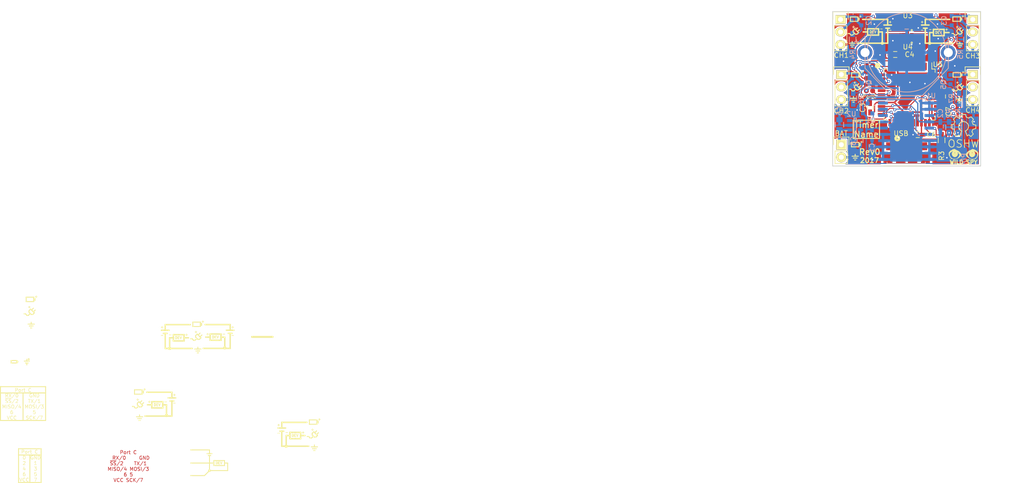
<source format=kicad_pcb>
(kicad_pcb (version 4) (host pcbnew 4.0.2+dfsg1-stable)
  (layers (0 F.Cu signal) (31 B.Cu signal) (34 B.Paste user) (35 F.Paste user) (36 B.SilkS user) (37 F.SilkS user) (38 B.Mask user) (39 F.Mask user) (44 Edge.Cuts user))
  (net 0 "")
  (net 1 VAA)
  (net 2 GND)
  (net 3 VCC)
  (net 4 "Net-(C2-Pad2)")
  (net 5 "Net-(CH1-Pad1)")
  (net 6 "Net-(CH1-Pad2)")
  (net 7 "Net-(CH2-Pad1)")
  (net 8 "Net-(CH2-Pad2)")
  (net 9 "Net-(CH3-Pad1)")
  (net 10 "Net-(CH3-Pad2)")
  (net 11 /PDI_DATA)
  (net 12 /PDI_CLK)
  (net 13 /PA0)
  (net 14 /PA1)
  (net 15 /PA2)
  (net 16 /PA3)
  (net 17 /PA4)
  (net 18 /PA5)
  (net 19 /PA6)
  (net 20 /PA7)
  (net 21 /PC0)
  (net 22 /PC1)
  (net 23 /PC2)
  (net 24 /PC3)
  (net 25 /PC4)
  (net 26 /PC5)
  (net 27 /PC6)
  (net 28 /PC7)
  (net 29 /~RTC_PEN)
  (net 30 "Net-(Q2-Pad1)")
  (net 31 "Net-(Q3-Pad1)")
  (net 32 "Net-(Q4-Pad1)")
  (net 33 "Net-(Q5-Pad1)")
  (net 34 /SDA)
  (net 35 /SCL)
  (net 36 /RTC_~INT)
  (net 37 "Net-(U2-Pad3)")
  (net 38 /CH3_EN)
  (net 39 /CH1_EN)
  (net 40 /CH4_EN)
  (net 41 /CH2_EN)
  (net 42 +5V)
  (net 43 /~RST)
  (net 44 "Net-(U5-Pad21)")
  (net 45 "Net-(U5-Pad22)")
  (net 46 "Net-(U5-Pad23)")
  (net 47 "Net-(U5-Pad24)")
  (net 48 "Net-(U5-Pad25)")
  (net 49 /D-)
  (net 50 /D+)
  (net 51 "Net-(U5-Pad36)")
  (net 52 "Net-(U5-Pad37)")
  (net 53 "Net-(U1-Pad3)")
  (net 54 "Net-(U1-Pad20)")
  (net 55 "Net-(USB1-Pad4)")
  (net 56 "Net-(CH4-Pad1)")
  (net 57 "Net-(CH4-Pad2)")
  (module MC_Footprint:VIA-0.3mm (layer F.Cu) (at 198.6 104.5)
    (fp_text reference REF** hide)
    (fp_text value VIA-20mil hide)
    (pad 1 thru_hole circle (at 0 0) (size 0.6 0.6) (drill 0.3) (layers *.Cu) (net 2 GND))
  )
  (module MC_Footprint:VIA-0.3mm (layer F.Cu) (at 200.95 108.55)
    (fp_text reference REF** hide)
    (fp_text value VIA-20mil hide)
    (pad 1 thru_hole circle (at 0 0) (size 0.6 0.6) (drill 0.3) (layers *.Cu) (net 2 GND))
  )
  (module MC_Footprint:VIA-0.3mm (layer F.Cu) (at 206.35 99.01)
    (fp_text reference REF** hide)
    (fp_text value VIA-20mil hide)
    (pad 1 thru_hole circle (at 0 0) (size 0.6 0.6) (drill 0.3) (layers *.Cu) (net 2 GND))
  )
  (module MC_Footprint:VIA-0.3mm (layer F.Cu) (at 210.39 101.19)
    (fp_text reference REF** hide)
    (fp_text value VIA-20mil hide)
    (pad 1 thru_hole circle (at 0 0) (size 0.6 0.6) (drill 0.3) (layers *.Cu) (net 2 GND))
  )
  (module MC_Footprint:VIA-0.3mm (layer F.Cu) (at 206.66 102.19)
    (fp_text reference REF** hide)
    (fp_text value VIA-20mil hide)
    (pad 1 thru_hole circle (at 0 0) (size 0.6 0.6) (drill 0.3) (layers *.Cu) (net 2 GND))
  )
  (module MC_Footprint:VIA-0.3mm (layer F.Cu) (at 208.8 112.96)
    (fp_text reference REF** hide)
    (fp_text value VIA-20mil hide)
    (pad 1 thru_hole circle (at 0 0) (size 0.6 0.6) (drill 0.3) (layers *.Cu) (net 2 GND))
  )
  (module MC_Footprint:VIA-0.3mm (layer F.Cu) (at 205.01 102.37)
    (fp_text reference REF** hide)
    (fp_text value VIA-20mil hide)
    (pad 1 thru_hole circle (at 0 0) (size 0.6 0.6) (drill 0.3) (layers *.Cu) (net 2 GND))
  )
  (module MC_Footprint:VIA-0.3mm (layer F.Cu) (at 205.27 116.69)
    (fp_text reference REF** hide)
    (fp_text value VIA-20mil hide)
    (pad 1 thru_hole circle (at 0 0) (size 0.6 0.6) (drill 0.3) (layers *.Cu) (net 2 GND))
  )
  (module MC_Footprint:VIA-0.3mm (layer F.Cu) (at 205.298 120.65)
    (fp_text reference REF** hide)
    (fp_text value VIA-20mil hide)
    (pad 1 thru_hole circle (at 0 0) (size 0.6 0.6) (drill 0.3) (layers *.Cu) (net 2 GND))
  )
  (module MC_Footprint:VIA-0.3mm (layer F.Cu) (at 197 106.8)
    (fp_text reference REF** hide)
    (fp_text value VIA-20mil hide)
    (pad 1 thru_hole circle (at 0 0) (size 0.6 0.6) (drill 0.3) (layers *.Cu) (net 2 GND))
  )
  (module MC_Footprint:VIA-0.3mm (layer F.Cu) (at 210.25 98.23)
    (fp_text reference REF** hide)
    (fp_text value VIA-20mil hide)
    (pad 1 thru_hole circle (at 0 0) (size 0.6 0.6) (drill 0.3) (layers *.Cu) (net 2 GND))
  )
  (module MC_Footprint:VIA-0.3mm (layer F.Cu) (at 191.2 105.75)
    (fp_text reference REF** hide)
    (fp_text value VIA-20mil hide)
    (pad 1 thru_hole circle (at 0 0) (size 0.6 0.6) (drill 0.3) (layers *.Cu) (net 2 GND))
  )
  (module MC_Footprint:VIA-0.3mm (layer F.Cu) (at 209.8 103.7)
    (fp_text reference REF** hide)
    (fp_text value VIA-20mil hide)
    (pad 1 thru_hole circle (at 0 0) (size 0.6 0.6) (drill 0.3) (layers *.Cu) (net 2 GND))
  )
  (module MC_Footprint:VIA-0.3mm (layer F.Cu) (at 201.2 97.15)
    (fp_text reference REF** hide)
    (fp_text value VIA-20mil hide)
    (pad 1 thru_hole circle (at 0 0) (size 0.6 0.6) (drill 0.3) (layers *.Cu) (net 2 GND))
  )
  (module MC_Footprint:VIA-0.3mm (layer F.Cu) (at 197.45 98.25)
    (fp_text reference REF** hide)
    (fp_text value VIA-20mil hide)
    (pad 1 thru_hole circle (at 0 0) (size 0.6 0.6) (drill 0.3) (layers *.Cu) (net 2 GND))
  )
  (module TO_SOT_Packages_SMD:SOT-23-5 (layer B.Cu) (at 193.548 118.745)
    (fp_text reference U2 (at -0.762 -2.286) (layer B.SilkS) (effects (justify mirror)))
    (fp_text value TPS70925DBVR)
    (pad 1 smd rect (at -1.1 0.95) (size 1.06 0.65) (layers B.Cu B.Paste B.Mask) (net 1 VAA))
    (pad 2 smd rect (at -1.1 0) (size 1.06 0.65) (layers B.Cu B.Paste B.Mask) (net 2 GND))
    (pad 3 smd rect (at -1.1 -0.95) (size 1.06 0.65) (layers B.Cu B.Paste B.Mask) (net 37 "Net-(U2-Pad3)"))
    (pad 4 smd rect (at 1.1 -0.95) (size 1.06 0.65) (layers B.Cu B.Paste B.Mask))
    (pad 5 smd rect (at 1.1 0.95) (size 1.06 0.65) (layers B.Cu B.Paste B.Mask) (net 3 VCC))
  )
  (module MC_Footprint:VIA-0.3mm (layer F.Cu) (at 197.1 125.7)
    (fp_text reference REF** hide)
    (fp_text value VIA-20mil hide)
    (pad 1 thru_hole circle (at 0 0) (size 0.6 0.6) (drill 0.3) (layers *.Cu) (net 2 GND))
  )
  (module MC_Footprint:VIA-0.3mm (layer F.Cu) (at 202.35 121.2)
    (fp_text reference REF** hide)
    (fp_text value VIA-20mil hide)
    (pad 1 thru_hole circle (at 0 0) (size 0.6 0.6) (drill 0.3) (layers *.Cu) (net 2 GND))
  )
  (module MC_Footprint:VIA-0.3mm (layer F.Cu) (at 217.65 118)
    (fp_text reference REF** hide)
    (fp_text value VIA-20mil hide)
    (pad 1 thru_hole circle (at 0 0) (size 0.6 0.6) (drill 0.3) (layers *.Cu) (net 2 GND))
  )
  (module MC_Footprint:VIA-0.3mm (layer F.Cu) (at 201.2 101.6)
    (fp_text reference REF** hide)
    (fp_text value VIA-20mil hide)
    (pad 1 thru_hole circle (at 0 0) (size 0.6 0.6) (drill 0.3) (layers *.Cu) (net 2 GND))
  )
  (module MC_Footprint:VIA-0.3mm (layer F.Cu) (at 213.75 106.7)
    (fp_text reference REF** hide)
    (fp_text value VIA-20mil hide)
    (pad 1 thru_hole circle (at 0 0) (size 0.6 0.6) (drill 0.3) (layers *.Cu) (net 2 GND))
  )
  (module Capacitors_SMD:C_0603_HandSoldering (layer B.Cu) (at 196.977 120.523 90)
    (fp_text reference C1 (at -2.794 0 90) (layer B.SilkS) (effects (justify mirror)))
    (fp_text value 0.1uF)
    (pad 1 smd rect (at -0.95 0 90) (size 1.2 0.75) (layers B.Cu B.Paste B.Mask) (net 2 GND))
    (pad 2 smd rect (at 0.95 0 90) (size 1.2 0.75) (layers B.Cu B.Paste B.Mask) (net 3 VCC))
  )
  (module MC_Footprint:VIA-0.3mm (layer F.Cu) (at 212.15 125.32)
    (fp_text reference REF** hide)
    (fp_text value VIA-20mil hide)
    (pad 1 thru_hole circle (at 0 0) (size 0.6 0.6) (drill 0.3) (layers *.Cu) (net 2 GND))
  )
  (module MC_Footprint:VIA-0.3mm (layer F.Cu) (at 193.95 115.65)
    (fp_text reference REF** hide)
    (fp_text value VIA-20mil hide)
    (pad 1 thru_hole circle (at 0 0) (size 0.6 0.6) (drill 0.3) (layers *.Cu) (net 2 GND))
  )
  (module MC_Footprint:VIA-0.3mm (layer F.Cu) (at 204.65 110.05)
    (fp_text reference REF** hide)
    (fp_text value VIA-20mil hide)
    (pad 1 thru_hole circle (at 0 0) (size 0.6 0.6) (drill 0.3) (layers *.Cu) (net 2 GND))
  )
  (module TO_SOT_Packages_SMD:SOT-23 (layer B.Cu) (at 193.929 109.22 270)
    (fp_text reference Q4 (at 1.27 -2.413 270) (layer B.SilkS) (effects (justify mirror)))
    (fp_text value AO3415)
    (pad 1 smd rect (at -0.95 -1.00076 270) (size 0.8001 0.8001) (layers B.Cu B.Paste B.Mask) (net 32 "Net-(Q4-Pad1)"))
    (pad 2 smd rect (at 0.95 -1.00076 270) (size 0.8001 0.8001) (layers B.Cu B.Paste B.Mask) (net 7 "Net-(CH2-Pad1)"))
    (pad 3 smd rect (at 0 0.99822 270) (size 0.8001 0.8001) (layers B.Cu B.Paste B.Mask) (net 8 "Net-(CH2-Pad2)"))
  )
  (module TO_SOT_Packages_SMD:SOT-23 (layer B.Cu) (at 196.088 115.316 180)
    (fp_text reference Q1 (at -0.635 -2.413 180) (layer B.SilkS) (effects (justify mirror)))
    (fp_text value AO3415)
    (pad 1 smd rect (at -0.95 -1.00076 180) (size 0.8001 0.8001) (layers B.Cu B.Paste B.Mask) (net 29 /~RTC_PEN))
    (pad 2 smd rect (at 0.95 -1.00076 180) (size 0.8001 0.8001) (layers B.Cu B.Paste B.Mask) (net 3 VCC))
    (pad 3 smd rect (at 0 0.99822 180) (size 0.8001 0.8001) (layers B.Cu B.Paste B.Mask) (net 4 "Net-(C2-Pad2)"))
  )
  (module Pin_Headers:Pin_Header_Straight_1x03 (layer F.Cu) (at 190.75 108.45)
    (fp_text reference CH2 (at 0.004 7.374) (layer F.SilkS))
    (fp_text value CONN_01X03)
    (pad 1 thru_hole rect (at 0 0) (size 2.032 1.7272) (drill 1.016) (layers *.Cu *.Mask F.SilkS) (net 7 "Net-(CH2-Pad1)"))
    (pad 2 thru_hole oval (at 0 2.54) (size 2.032 1.7272) (drill 1.016) (layers *.Cu *.Mask F.SilkS) (net 8 "Net-(CH2-Pad2)"))
    (pad 3 thru_hole oval (at 0 5.08) (size 2.032 1.7272) (drill 1.016) (layers *.Cu *.Mask F.SilkS) (net 2 GND))
  )
  (module Housings_SOIC:SOIC-20_7.5x12.8mm_Pitch1.27mm (layer B.Cu) (at 203.9 119.95 180)
    (fp_text reference U1 (at -5.015 7.174 180) (layer B.SilkS) (effects (justify mirror)))
    (fp_text value DS3232SN)
    (pad 1 smd rect (at -4.7 5.715 180) (size 1.95 0.6) (layers B.Cu B.Paste B.Mask) (net 2 GND))
    (pad 2 smd rect (at -4.7 4.445 180) (size 1.95 0.6) (layers B.Cu B.Paste B.Mask) (net 2 GND))
    (pad 3 smd rect (at -4.7 3.175 180) (size 1.95 0.6) (layers B.Cu B.Paste B.Mask) (net 53 "Net-(U1-Pad3)"))
    (pad 4 smd rect (at -4.7 1.905 180) (size 1.95 0.6) (layers B.Cu B.Paste B.Mask) (net 4 "Net-(C2-Pad2)"))
    (pad 5 smd rect (at -4.7 0.635 180) (size 1.95 0.6) (layers B.Cu B.Paste B.Mask) (net 36 /RTC_~INT))
    (pad 6 smd rect (at -4.7 -0.635 180) (size 1.95 0.6) (layers B.Cu B.Paste B.Mask) (net 43 /~RST))
    (pad 7 smd rect (at -4.7 -1.905 180) (size 1.95 0.6) (layers B.Cu B.Paste B.Mask) (net 2 GND))
    (pad 8 smd rect (at -4.7 -3.175 180) (size 1.95 0.6) (layers B.Cu B.Paste B.Mask) (net 2 GND))
    (pad 9 smd rect (at -4.7 -4.445 180) (size 1.95 0.6) (layers B.Cu B.Paste B.Mask) (net 2 GND))
    (pad 10 smd rect (at -4.7 -5.715 180) (size 1.95 0.6) (layers B.Cu B.Paste B.Mask) (net 2 GND))
    (pad 11 smd rect (at 4.7 -5.715 180) (size 1.95 0.6) (layers B.Cu B.Paste B.Mask) (net 2 GND))
    (pad 12 smd rect (at 4.7 -4.445 180) (size 1.95 0.6) (layers B.Cu B.Paste B.Mask) (net 2 GND))
    (pad 13 smd rect (at 4.7 -3.175 180) (size 1.95 0.6) (layers B.Cu B.Paste B.Mask) (net 2 GND))
    (pad 14 smd rect (at 4.7 -1.905 180) (size 1.95 0.6) (layers B.Cu B.Paste B.Mask) (net 2 GND))
    (pad 15 smd rect (at 4.7 -0.635 180) (size 1.95 0.6) (layers B.Cu B.Paste B.Mask) (net 2 GND))
    (pad 16 smd rect (at 4.7 0.635 180) (size 1.95 0.6) (layers B.Cu B.Paste B.Mask) (net 3 VCC))
    (pad 17 smd rect (at 4.7 1.905 180) (size 1.95 0.6) (layers B.Cu B.Paste B.Mask) (net 34 /SDA))
    (pad 18 smd rect (at 4.7 3.175 180) (size 1.95 0.6) (layers B.Cu B.Paste B.Mask) (net 35 /SCL))
    (pad 19 smd rect (at 4.7 4.445 180) (size 1.95 0.6) (layers B.Cu B.Paste B.Mask))
    (pad 20 smd rect (at 4.7 5.715 180) (size 1.95 0.6) (layers B.Cu B.Paste B.Mask) (net 54 "Net-(U1-Pad20)"))
  )
  (module TO_SOT_Packages_SMD:SOT-23 (layer B.Cu) (at 214.122 97.536 90)
    (fp_text reference Q3 (at 0 -2.54 90) (layer B.SilkS) (effects (justify mirror)))
    (fp_text value AO3415)
    (pad 1 smd rect (at -0.95 -1.00076 90) (size 0.8001 0.8001) (layers B.Cu B.Paste B.Mask) (net 31 "Net-(Q3-Pad1)"))
    (pad 2 smd rect (at 0.95 -1.00076 90) (size 0.8001 0.8001) (layers B.Cu B.Paste B.Mask) (net 9 "Net-(CH3-Pad1)"))
    (pad 3 smd rect (at 0 0.99822 90) (size 0.8001 0.8001) (layers B.Cu B.Paste B.Mask) (net 10 "Net-(CH3-Pad2)"))
  )
  (module Pin_Headers:Pin_Header_Straight_1x02 (layer F.Cu) (at 190.754 122.682)
    (fp_text reference Battery1 hide)
    (fp_text value CONN_01X02)
    (pad 1 thru_hole rect (at 0 0) (size 2.032 2.032) (drill 1.016) (layers *.Cu *.Mask F.SilkS) (net 1 VAA))
    (pad 2 thru_hole oval (at 0 2.54) (size 2.032 2.032) (drill 1.016) (layers *.Cu *.Mask F.SilkS) (net 2 GND))
  )
  (module Capacitors_SMD:C_0603_HandSoldering (layer B.Cu) (at 210.82 118.999 90)
    (fp_text reference C2 (at 2.667 0 90) (layer B.SilkS) (effects (justify mirror)))
    (fp_text value 0.1uF)
    (pad 1 smd rect (at -0.95 0 90) (size 1.2 0.75) (layers B.Cu B.Paste B.Mask) (net 2 GND))
    (pad 2 smd rect (at 0.95 0 90) (size 1.2 0.75) (layers B.Cu B.Paste B.Mask) (net 4 "Net-(C2-Pad2)"))
  )
  (module Capacitors_SMD:C_0603_HandSoldering (layer F.Cu) (at 196.596 115.189 270)
    (fp_text reference C3 (at 0 1.524 270) (layer F.SilkS))
    (fp_text value 0.1uF)
    (pad 1 smd rect (at -0.95 0 270) (size 1.2 0.75) (layers F.Cu F.Paste F.Mask) (net 2 GND))
    (pad 2 smd rect (at 0.95 0 270) (size 1.2 0.75) (layers F.Cu F.Paste F.Mask) (net 3 VCC))
  )
  (module Capacitors_SMD:C_0603_HandSoldering (layer F.Cu) (at 201.676 104.394 180)
    (fp_text reference C4 (at -2.921 0 180) (layer F.SilkS))
    (fp_text value 0.1uF)
    (pad 1 smd rect (at -0.95 0 180) (size 1.2 0.75) (layers F.Cu F.Paste F.Mask) (net 2 GND))
    (pad 2 smd rect (at 0.95 0 180) (size 1.2 0.75) (layers F.Cu F.Paste F.Mask) (net 3 VCC))
  )
  (module Capacitors_SMD:C_0603_HandSoldering (layer F.Cu) (at 206.248 120.65)
    (fp_text reference C6 (at 2.794 0) (layer F.SilkS))
    (fp_text value 0.1uF)
    (pad 1 smd rect (at -0.95 0) (size 1.2 0.75) (layers F.Cu F.Paste F.Mask) (net 2 GND))
    (pad 2 smd rect (at 0.95 0) (size 1.2 0.75) (layers F.Cu F.Paste F.Mask) (net 3 VCC))
  )
  (module Capacitors_SMD:C_0603_HandSoldering (layer F.Cu) (at 212.471 112.903 90)
    (fp_text reference C7 (at -3.048 0 90) (layer F.SilkS))
    (fp_text value 0.1uF)
    (pad 1 smd rect (at -0.95 0 90) (size 1.2 0.75) (layers F.Cu F.Paste F.Mask) (net 2 GND))
    (pad 2 smd rect (at 0.95 0 90) (size 1.2 0.75) (layers F.Cu F.Paste F.Mask) (net 3 VCC))
  )
  (module Pin_Headers:Pin_Header_Straight_1x03 (layer F.Cu) (at 190.6 97.3)
    (fp_text reference CH1 (at 0.154 7.244) (layer F.SilkS))
    (fp_text value CONN_01X03)
    (pad 1 thru_hole rect (at 0 0) (size 2.032 1.7272) (drill 1.016) (layers *.Cu *.Mask F.SilkS) (net 5 "Net-(CH1-Pad1)"))
    (pad 2 thru_hole oval (at 0 2.54) (size 2.032 1.7272) (drill 1.016) (layers *.Cu *.Mask F.SilkS) (net 6 "Net-(CH1-Pad2)"))
    (pad 3 thru_hole oval (at 0 5.08) (size 2.032 1.7272) (drill 1.016) (layers *.Cu *.Mask F.SilkS) (net 2 GND))
  )
  (module Pin_Headers:Pin_Header_Straight_1x03 (layer F.Cu) (at 217.4 97.3)
    (fp_text reference CH3 (at 0 7.366) (layer F.SilkS))
    (fp_text value CONN_01X03)
    (pad 1 thru_hole rect (at 0 0) (size 2.032 1.7272) (drill 1.016) (layers *.Cu *.Mask F.SilkS) (net 9 "Net-(CH3-Pad1)"))
    (pad 2 thru_hole oval (at 0 2.54) (size 2.032 1.7272) (drill 1.016) (layers *.Cu *.Mask F.SilkS) (net 10 "Net-(CH3-Pad2)"))
    (pad 3 thru_hole oval (at 0 5.08) (size 2.032 1.7272) (drill 1.016) (layers *.Cu *.Mask F.SilkS) (net 2 GND))
  )
  (module TO_SOT_Packages_SMD:SOT-23 (layer B.Cu) (at 193.802 97.536 270)
    (fp_text reference Q2 (at 0 -2.54 270) (layer B.SilkS) (effects (justify mirror)))
    (fp_text value AO3415)
    (pad 1 smd rect (at -0.95 -1.00076 270) (size 0.8001 0.8001) (layers B.Cu B.Paste B.Mask) (net 30 "Net-(Q2-Pad1)"))
    (pad 2 smd rect (at 0.95 -1.00076 270) (size 0.8001 0.8001) (layers B.Cu B.Paste B.Mask) (net 5 "Net-(CH1-Pad1)"))
    (pad 3 smd rect (at 0 0.99822 270) (size 0.8001 0.8001) (layers B.Cu B.Paste B.Mask) (net 6 "Net-(CH1-Pad2)"))
  )
  (module Resistors_SMD:R_0603_HandSoldering (layer B.Cu) (at 214.4 119.126 270)
    (fp_text reference R1 (at -2.794 0 270) (layer B.SilkS) (effects (justify mirror)))
    (fp_text value 10k)
    (pad 1 smd rect (at -1.1 0 270) (size 1.2 0.9) (layers B.Cu B.Paste B.Mask) (net 4 "Net-(C2-Pad2)"))
    (pad 2 smd rect (at 1.1 0 270) (size 1.2 0.9) (layers B.Cu B.Paste B.Mask) (net 34 /SDA))
  )
  (module Resistors_SMD:R_0603_HandSoldering (layer B.Cu) (at 212.6 119.15 270)
    (fp_text reference R2 (at -2.794 0 270) (layer B.SilkS) (effects (justify mirror)))
    (fp_text value 10k)
    (pad 1 smd rect (at -1.1 0 270) (size 1.2 0.9) (layers B.Cu B.Paste B.Mask) (net 4 "Net-(C2-Pad2)"))
    (pad 2 smd rect (at 1.1 0 270) (size 1.2 0.9) (layers B.Cu B.Paste B.Mask) (net 35 /SCL))
  )
  (module Resistors_SMD:R_0603_HandSoldering (layer F.Cu) (at 211.074 121.793 90)
    (fp_text reference R3 (at -3.132 0 90) (layer F.SilkS))
    (fp_text value 10k)
    (pad 1 smd rect (at -1.1 0 90) (size 1.2 0.9) (layers F.Cu F.Paste F.Mask) (net 3 VCC))
    (pad 2 smd rect (at 1.1 0 90) (size 1.2 0.9) (layers F.Cu F.Paste F.Mask) (net 36 /RTC_~INT))
  )
  (module Resistors_SMD:R_0603_HandSoldering (layer B.Cu) (at 193.04 101.346 270)
    (fp_text reference R4 (at 3.048 0 270) (layer B.SilkS) (effects (justify mirror)))
    (fp_text value 10k)
    (pad 1 smd rect (at -1.1 0 270) (size 1.2 0.9) (layers B.Cu B.Paste B.Mask) (net 5 "Net-(CH1-Pad1)"))
    (pad 2 smd rect (at 1.1 0 270) (size 1.2 0.9) (layers B.Cu B.Paste B.Mask) (net 30 "Net-(Q2-Pad1)"))
  )
  (module Resistors_SMD:R_0603_HandSoldering (layer B.Cu) (at 214.884 101.346 270)
    (fp_text reference R5 (at 3.048 0 270) (layer B.SilkS) (effects (justify mirror)))
    (fp_text value 10k)
    (pad 1 smd rect (at -1.1 0 270) (size 1.2 0.9) (layers B.Cu B.Paste B.Mask) (net 9 "Net-(CH3-Pad1)"))
    (pad 2 smd rect (at 1.1 0 270) (size 1.2 0.9) (layers B.Cu B.Paste B.Mask) (net 31 "Net-(Q3-Pad1)"))
  )
  (module Resistors_SMD:R_0603_HandSoldering (layer B.Cu) (at 193.167 113.284 270)
    (fp_text reference R6 (at 0.254 -1.651 270) (layer B.SilkS) (effects (justify mirror)))
    (fp_text value 10k)
    (pad 1 smd rect (at -1.1 0 270) (size 1.2 0.9) (layers B.Cu B.Paste B.Mask) (net 7 "Net-(CH2-Pad1)"))
    (pad 2 smd rect (at 1.1 0 270) (size 1.2 0.9) (layers B.Cu B.Paste B.Mask) (net 32 "Net-(Q4-Pad1)"))
  )
  (module Housings_QFP:TQFP-44_10x10mm_Pitch0.8mm (layer F.Cu) (at 204.597 112.522 270)
    (fp_text reference U5 (at -6.096 -5.715 540) (layer F.SilkS))
    (fp_text value ATXMEGA32C4-A)
    (pad 1 smd rect (at -5.7 -4 270) (size 1.5 0.55) (layers F.Cu F.Paste F.Mask) (net 18 /PA5))
    (pad 2 smd rect (at -5.7 -3.2 270) (size 1.5 0.55) (layers F.Cu F.Paste F.Mask) (net 19 /PA6))
    (pad 3 smd rect (at -5.7 -2.4 270) (size 1.5 0.55) (layers F.Cu F.Paste F.Mask) (net 20 /PA7))
    (pad 4 smd rect (at -5.7 -1.6 270) (size 1.5 0.55) (layers F.Cu F.Paste F.Mask) (net 39 /CH1_EN))
    (pad 5 smd rect (at -5.7 -0.8 270) (size 1.5 0.55) (layers F.Cu F.Paste F.Mask) (net 41 /CH2_EN))
    (pad 6 smd rect (at -5.7 0 270) (size 1.5 0.55) (layers F.Cu F.Paste F.Mask) (net 38 /CH3_EN))
    (pad 7 smd rect (at -5.7 0.8 270) (size 1.5 0.55) (layers F.Cu F.Paste F.Mask) (net 40 /CH4_EN))
    (pad 8 smd rect (at -5.7 1.6 270) (size 1.5 0.55) (layers F.Cu F.Paste F.Mask) (net 2 GND))
    (pad 9 smd rect (at -5.7 2.4 270) (size 1.5 0.55) (layers F.Cu F.Paste F.Mask) (net 3 VCC))
    (pad 10 smd rect (at -5.7 3.2 270) (size 1.5 0.55) (layers F.Cu F.Paste F.Mask) (net 21 /PC0))
    (pad 11 smd rect (at -5.7 4 270) (size 1.5 0.55) (layers F.Cu F.Paste F.Mask) (net 22 /PC1))
    (pad 12 smd rect (at -4 5.7) (size 1.5 0.55) (layers F.Cu F.Paste F.Mask) (net 23 /PC2))
    (pad 13 smd rect (at -3.2 5.7) (size 1.5 0.55) (layers F.Cu F.Paste F.Mask) (net 24 /PC3))
    (pad 14 smd rect (at -2.4 5.7) (size 1.5 0.55) (layers F.Cu F.Paste F.Mask) (net 25 /PC4))
    (pad 15 smd rect (at -1.6 5.7) (size 1.5 0.55) (layers F.Cu F.Paste F.Mask) (net 26 /PC5))
    (pad 16 smd rect (at -0.8 5.7) (size 1.5 0.55) (layers F.Cu F.Paste F.Mask) (net 27 /PC6))
    (pad 17 smd rect (at 0 5.7) (size 1.5 0.55) (layers F.Cu F.Paste F.Mask) (net 28 /PC7))
    (pad 18 smd rect (at 0.8 5.7) (size 1.5 0.55) (layers F.Cu F.Paste F.Mask) (net 2 GND))
    (pad 19 smd rect (at 1.6 5.7) (size 1.5 0.55) (layers F.Cu F.Paste F.Mask) (net 3 VCC))
    (pad 20 smd rect (at 2.4 5.7) (size 1.5 0.55) (layers F.Cu F.Paste F.Mask) (net 43 /~RST))
    (pad 21 smd rect (at 3.2 5.7) (size 1.5 0.55) (layers F.Cu F.Paste F.Mask) (net 44 "Net-(U5-Pad21)"))
    (pad 22 smd rect (at 4 5.7) (size 1.5 0.55) (layers F.Cu F.Paste F.Mask) (net 45 "Net-(U5-Pad22)"))
    (pad 23 smd rect (at 5.7 4 270) (size 1.5 0.55) (layers F.Cu F.Paste F.Mask) (net 46 "Net-(U5-Pad23)"))
    (pad 24 smd rect (at 5.7 3.2 270) (size 1.5 0.55) (layers F.Cu F.Paste F.Mask) (net 47 "Net-(U5-Pad24)"))
    (pad 25 smd rect (at 5.7 2.4 270) (size 1.5 0.55) (layers F.Cu F.Paste F.Mask) (net 48 "Net-(U5-Pad25)"))
    (pad 26 smd rect (at 5.7 1.6 270) (size 1.5 0.55) (layers F.Cu F.Paste F.Mask) (net 49 /D-))
    (pad 27 smd rect (at 5.7 0.8 270) (size 1.5 0.55) (layers F.Cu F.Paste F.Mask) (net 50 /D+))
    (pad 28 smd rect (at 5.7 0 270) (size 1.5 0.55) (layers F.Cu F.Paste F.Mask) (net 34 /SDA))
    (pad 29 smd rect (at 5.7 -0.8 270) (size 1.5 0.55) (layers F.Cu F.Paste F.Mask) (net 35 /SCL))
    (pad 30 smd rect (at 5.7 -1.6 270) (size 1.5 0.55) (layers F.Cu F.Paste F.Mask) (net 2 GND))
    (pad 31 smd rect (at 5.7 -2.4 270) (size 1.5 0.55) (layers F.Cu F.Paste F.Mask) (net 3 VCC))
    (pad 32 smd rect (at 5.7 -3.2 270) (size 1.5 0.55) (layers F.Cu F.Paste F.Mask) (net 36 /RTC_~INT))
    (pad 33 smd rect (at 5.7 -4 270) (size 1.5 0.55) (layers F.Cu F.Paste F.Mask) (net 29 /~RTC_PEN))
    (pad 34 smd rect (at 4 -5.7) (size 1.5 0.55) (layers F.Cu F.Paste F.Mask) (net 11 /PDI_DATA))
    (pad 35 smd rect (at 3.2 -5.7) (size 1.5 0.55) (layers F.Cu F.Paste F.Mask) (net 12 /PDI_CLK))
    (pad 36 smd rect (at 2.4 -5.7) (size 1.5 0.55) (layers F.Cu F.Paste F.Mask) (net 51 "Net-(U5-Pad36)"))
    (pad 37 smd rect (at 1.6 -5.7) (size 1.5 0.55) (layers F.Cu F.Paste F.Mask) (net 52 "Net-(U5-Pad37)"))
    (pad 38 smd rect (at 0.8 -5.7) (size 1.5 0.55) (layers F.Cu F.Paste F.Mask) (net 2 GND))
    (pad 39 smd rect (at 0 -5.7) (size 1.5 0.55) (layers F.Cu F.Paste F.Mask) (net 3 VCC))
    (pad 40 smd rect (at -0.8 -5.7) (size 1.5 0.55) (layers F.Cu F.Paste F.Mask) (net 13 /PA0))
    (pad 41 smd rect (at -1.6 -5.7) (size 1.5 0.55) (layers F.Cu F.Paste F.Mask) (net 14 /PA1))
    (pad 42 smd rect (at -2.4 -5.7) (size 1.5 0.55) (layers F.Cu F.Paste F.Mask) (net 15 /PA2))
    (pad 43 smd rect (at -3.2 -5.7) (size 1.5 0.55) (layers F.Cu F.Paste F.Mask) (net 16 /PA3))
    (pad 44 smd rect (at -4 -5.7) (size 1.5 0.55) (layers F.Cu F.Paste F.Mask) (net 17 /PA4))
  )
  (module MC_Footprint:PDI_PROG_HEADER (layer B.Cu) (at 217.551 121.793 90)
    (fp_text reference PDI1 hide)
    (fp_text value CONN_01X04)
    (pad 4 smd rect (at 3.81 0 90) (size 2 2) (layers B.Cu B.Paste B.Mask) (net 2 GND))
    (pad 3 smd rect (at 1.27 0 90) (size 2 2) (layers B.Cu B.Paste B.Mask) (net 12 /PDI_CLK))
    (pad 2 smd rect (at -1.27 0 90) (size 2 2) (layers B.Cu B.Paste B.Mask) (net 11 /PDI_DATA))
    (pad 1 smd rect (at -3.81 0 90) (size 2 2) (layers B.Cu B.Paste B.Mask) (net 3 VCC))
  )
  (module "MC_Footprint:SC88(SOT363)" (layer F.Cu) (at 204.216 98.298 270)
    (fp_text reference U3 (at -1.778 0 360) (layer F.SilkS))
    (fp_text value UM6K33N)
    (pad 5 smd rect (at 0 0.8 90) (size 0.3 0.7) (layers F.Cu F.Paste F.Mask) (net 38 /CH3_EN))
    (pad 2 smd rect (at 0 -0.8 90) (size 0.3 0.7) (layers F.Cu F.Paste F.Mask) (net 39 /CH1_EN))
    (pad 3 smd rect (at -0.65 -0.8 90) (size 0.3 0.7) (layers F.Cu F.Paste F.Mask) (net 31 "Net-(Q3-Pad1)"))
    (pad 4 smd rect (at -0.65 0.8 90) (size 0.3 0.7) (layers F.Cu F.Paste F.Mask) (net 2 GND))
    (pad 1 smd rect (at 0.65 -0.8 90) (size 0.3 0.7) (layers F.Cu F.Paste F.Mask) (net 2 GND))
    (pad 6 smd rect (at 0.65 0.8 90) (size 0.3 0.7) (layers F.Cu F.Paste F.Mask) (net 30 "Net-(Q2-Pad1)"))
  )
  (module "MC_Footprint:SC88(SOT363)" (layer F.Cu) (at 204.216 100.838 270)
    (fp_text reference U4 (at 2.032 0 360) (layer F.SilkS))
    (fp_text value UM6K33N)
    (pad 5 smd rect (at 0 0.8 90) (size 0.3 0.7) (layers F.Cu F.Paste F.Mask) (net 40 /CH4_EN))
    (pad 2 smd rect (at 0 -0.8 90) (size 0.3 0.7) (layers F.Cu F.Paste F.Mask) (net 41 /CH2_EN))
    (pad 3 smd rect (at -0.65 -0.8 90) (size 0.3 0.7) (layers F.Cu F.Paste F.Mask) (net 33 "Net-(Q5-Pad1)"))
    (pad 4 smd rect (at -0.65 0.8 90) (size 0.3 0.7) (layers F.Cu F.Paste F.Mask) (net 2 GND))
    (pad 1 smd rect (at 0.65 -0.8 90) (size 0.3 0.7) (layers F.Cu F.Paste F.Mask) (net 2 GND))
    (pad 6 smd rect (at 0.65 0.8 90) (size 0.3 0.7) (layers F.Cu F.Paste F.Mask) (net 32 "Net-(Q4-Pad1)"))
  )
  (module MC_Footprint:VIA-0.3mm (layer F.Cu) (at 207.7 110.3)
    (fp_text reference REF** hide)
    (fp_text value VIA-20mil hide)
    (pad 1 thru_hole circle (at 0 0) (size 0.6 0.6) (drill 0.3) (layers *.Cu) (net 2 GND))
  )
  (module Pin_Headers:Pin_Header_Straight_1x03 (layer F.Cu) (at 217.4 108.45)
    (fp_text reference CH4 (at 0.025 7.247) (layer F.SilkS))
    (fp_text value CONN_01X03)
    (pad 1 thru_hole rect (at 0 0) (size 2.032 1.7272) (drill 1.016) (layers *.Cu *.Mask F.SilkS) (net 56 "Net-(CH4-Pad1)"))
    (pad 2 thru_hole oval (at 0 2.54) (size 2.032 1.7272) (drill 1.016) (layers *.Cu *.Mask F.SilkS) (net 57 "Net-(CH4-Pad2)"))
    (pad 3 thru_hole oval (at 0 5.08) (size 2.032 1.7272) (drill 1.016) (layers *.Cu *.Mask F.SilkS) (net 2 GND))
  )
  (module TO_SOT_Packages_SMD:SOT-23 (layer B.Cu) (at 213.868 109.474 90)
    (fp_text reference Q5 (at -1.016 -2.413 270) (layer B.SilkS) (effects (justify mirror)))
    (fp_text value AO3415)
    (pad 1 smd rect (at -0.95 -1.00076 90) (size 0.8001 0.8001) (layers B.Cu B.Paste B.Mask) (net 33 "Net-(Q5-Pad1)"))
    (pad 2 smd rect (at 0.95 -1.00076 90) (size 0.8001 0.8001) (layers B.Cu B.Paste B.Mask) (net 56 "Net-(CH4-Pad1)"))
    (pad 3 smd rect (at 0 0.99822 90) (size 0.8001 0.8001) (layers B.Cu B.Paste B.Mask) (net 57 "Net-(CH4-Pad2)"))
  )
  (module Resistors_SMD:R_0603_HandSoldering (layer B.Cu) (at 214.63 113.284 270)
    (fp_text reference R7 (at 0 1.524 270) (layer B.SilkS) (effects (justify mirror)))
    (fp_text value 10k)
    (pad 1 smd rect (at -1.1 0 270) (size 1.2 0.9) (layers B.Cu B.Paste B.Mask) (net 56 "Net-(CH4-Pad1)"))
    (pad 2 smd rect (at 1.1 0 270) (size 1.2 0.9) (layers B.Cu B.Paste B.Mask) (net 33 "Net-(Q5-Pad1)"))
  )
  (module Capacitors_SMD:C_0805 (layer B.Cu) (at 190.373 118.618 90)
    (fp_text reference C5 (at 2.794 0 90) (layer B.SilkS) (effects (justify mirror)))
    (fp_text value CL10A105KB8NNNC)
    (pad 1 smd rect (at -1 0 90) (size 1 1.25) (layers B.Cu B.Paste B.Mask) (net 1 VAA))
    (pad 2 smd rect (at 1 0 90) (size 1 1.25) (layers B.Cu B.Paste B.Mask) (net 2 GND))
  )
  (module Capacitors_SMD:C_0603 (layer B.Cu) (at 194.564 121.92 270)
    (fp_text reference C8 (at 0 1.397 450) (layer B.SilkS) (effects (justify mirror)))
    (fp_text value CL10B225KQ8NFNC)
    (pad 1 smd rect (at -0.75 0 270) (size 0.8 0.75) (layers B.Cu B.Paste B.Mask) (net 3 VCC))
    (pad 2 smd rect (at 0.75 0 270) (size 0.8 0.75) (layers B.Cu B.Paste B.Mask) (net 2 GND))
  )
  (module MC_Footprint:micro_USB (layer F.Cu) (at 204 125.55)
    (fp_text reference USB1 hide)
    (fp_text value micro_USB)
    (pad 6 smd rect (at -1.2 0) (size 1.9 1.9) (layers F.Cu F.Paste F.Mask) (net 2 GND))
    (pad 6 smd rect (at 1.2 0) (size 1.9 1.9) (layers F.Cu F.Paste F.Mask) (net 2 GND))
    (pad 6 smd rect (at -3.8 0) (size 1.8 1.9) (layers F.Cu F.Paste F.Mask) (net 2 GND))
    (pad 6 smd rect (at 3.8 0) (size 1.8 1.9) (layers F.Cu F.Paste F.Mask) (net 2 GND))
    (pad 5 smd rect (at 1.3 -2.675) (size 0.4 1.35) (layers F.Cu F.Paste F.Mask) (net 2 GND))
    (pad 1 smd rect (at -1.3 -2.675) (size 0.4 1.35) (layers F.Cu F.Paste F.Mask) (net 42 +5V))
    (pad 4 smd rect (at 0.65 -2.675) (size 0.4 1.35) (layers F.Cu F.Paste F.Mask) (net 55 "Net-(USB1-Pad4)"))
    (pad 2 smd rect (at -0.65 -2.675) (size 0.4 1.35) (layers F.Cu F.Paste F.Mask) (net 49 /D-))
    (pad 3 smd rect (at 0 -2.675) (size 0.4 1.35) (layers F.Cu F.Paste F.Mask) (net 50 /D+))
    (pad 6 smd rect (at 3.1 -2.55) (size 2.1 1.6) (layers F.Cu F.Paste F.Mask) (net 2 GND))
    (pad 6 smd rect (at -3.1 -2.55) (size 2.1 1.6) (layers F.Cu F.Paste F.Mask) (net 2 GND))
  )
  (module Symbols:Symbol_OSHW-Logo_SilkScreen (layer F.Cu) (at 215.519 118.999)
    (fp_text reference "" (at 0.09906 -4.38912) (layer F.SilkS))
    (fp_text value Symbol_OSHW-Logo_SilkScreen)
  )
  (module MC_Footprint:5x2connnector_small (layer F.Cu) (at 196.469 109.22 270)
    (fp_text reference PortC (at 3.683 0 360) (layer F.SilkS) (effects (font (size 0.7 0.7) (thickness 0.1))))
    (fp_text value CONN_01X10)
    (pad 10 smd circle (at 2.54 0.635 270) (size 1 1) (layers F.Cu F.Paste F.Mask) (net 3 VCC))
    (pad 8 smd circle (at 1.27 0.635 270) (size 1 1) (layers F.Cu F.Paste F.Mask) (net 27 /PC6))
    (pad 6 smd circle (at 0 0.635 270) (size 1 1) (layers F.Cu F.Paste F.Mask) (net 25 /PC4))
    (pad 4 smd circle (at -1.27 0.635 270) (size 1 1) (layers F.Cu F.Paste F.Mask) (net 23 /PC2))
    (pad 2 smd circle (at -2.54 0.635 270) (size 1 1) (layers F.Cu F.Paste F.Mask) (net 21 /PC0))
    (pad 9 smd circle (at 2.54 -0.635 270) (size 1 1) (layers F.Cu F.Paste F.Mask) (net 28 /PC7))
    (pad 7 smd circle (at 1.27 -0.635 270) (size 1 1) (layers F.Cu F.Paste F.Mask) (net 26 /PC5))
    (pad 5 smd circle (at 0 -0.635 270) (size 1 1) (layers F.Cu F.Paste F.Mask) (net 24 /PC3))
    (pad 3 smd circle (at -1.27 -0.635 270) (size 1 1) (layers F.Cu F.Paste F.Mask) (net 22 /PC1))
    (pad 1 smd circle (at -2.54 -0.635 270) (size 1 1) (layers F.Cu F.Paste F.Mask) (net 2 GND))
  )
  (module WS_LOGO:WS_logo_6 (layer F.Cu) (at 215.519 124.587)
    (fp_text reference G*** hide)
    (fp_text value LOGO hide)
  )
  (module MC_Footprint:CoinCell_Holder_1632 (layer B.Cu) (at 204 104 180)
    (fp_text reference Coin1 hide)
    (fp_text value 16mm_Coin_Cell)
    (fp_text user + (at -10.16 2.286 180) (layer B.SilkS) (effects (justify mirror)))
    (fp_text user + (at 10.16 2.286 180) (layer B.SilkS) (effects (justify mirror)))
    (fp_text user - (at 0 4.826 180) (layer B.SilkS) (effects (justify mirror)))
    (pad 1 thru_hole circle (at 8.435 0 180) (size 3 3) (drill 1.85) (layers *.Cu *.Mask) (net 3 VCC))
    (pad 1 thru_hole circle (at -8.435 0 180) (size 3 3) (drill 1.85) (layers *.Cu *.Mask) (net 3 VCC))
    (pad 2 smd rect (at 0 0 180) (size 7.62 7.62) (layers B.Cu B.Paste B.Mask) (net 2 GND))
  )
  (gr_line (start 22.497 166.924) (end 23.64 166.924) (layer F.SilkS) (width 0.2))
  (gr_line (start 23.64 166.416) (end 22.497 166.416) (layer F.SilkS) (width 0.2))
  (gr_line (start 23.64 166.924) (end 23.64 166.416) (layer F.SilkS) (width 0.2))
  (gr_line (start 22.497 166.416) (end 22.497 166.924) (layer F.SilkS) (width 0.2))
  (gr_line (start 23.767 166.67) (end 23.767 166.67) (layer F.SilkS) (width 0.4))
  (gr_line (start 25.672 166.543) (end 25.672 166.162) (layer F.SilkS) (width 0.2))
  (gr_line (start 25.164 166.543) (end 26.18 166.543) (layer F.SilkS) (width 0.2))
  (gr_line (start 25.926 166.162) (end 26.18 166.162) (layer F.SilkS) (width 0.2))
  (gr_line (start 26.053 166.035) (end 26.053 166.289) (layer F.SilkS) (width 0.2))
  (gr_line (start 29.226 172.991) (end 24.908 172.991) (layer F.SilkS) (width 0.2))
  (gr_line (start 20.336 172.991) (end 29.48 172.991) (layer F.SilkS) (width 0.2))
  (gr_line (start 25.418 166.924) (end 25.926 166.924) (layer F.SilkS) (width 0.2))
  (gr_line (start 25.672 167.305) (end 25.672 166.924) (layer F.SilkS) (width 0.2))
  (gr_line (start 20.336 171.721) (end 29.48 171.721) (layer F.SilkS) (width 0.2))
  (gr_line (start 25.926 159.05) (end 27.196 159.05) (layer F.SilkS) (width 0.2))
  (gr_line (start 26.18 159.431) (end 26.942 159.431) (layer F.SilkS) (width 0.2))
  (gr_line (start 26.561 159.05) (end 26.561 158.669) (layer F.SilkS) (width 0.2))
  (gr_line (start 26.434 159.812) (end 26.688 159.812) (layer F.SilkS) (width 0.2))
  (gr_line (start 54.695 174.633) (end 55.457 174.633) (layer F.SilkS) (width 0.3))
  (gr_line (start 55.076 174.633) (end 55.076 177.681) (layer F.SilkS) (width 0.3))
  (gr_line (start 53.982679 175.404685) (end 53.982679 177.563685) (layer F.SilkS) (width 0.3))
  (gr_circle (center 53.982679 177.563685) (end 54.109679 177.690685) (layer F.SilkS) (width 0.3))
  (gr_line (start 53.982679 175.404685) (end 53.220679 175.404685) (layer F.SilkS) (width 0.3))
  (gr_text - (at 55.584 175.023685) (layer F.SilkS) (effects (font (size 0.5 0.5) (thickness 0.125))))
  (gr_line (start 53.220679 176.039685) (end 53.220679 174.769685) (layer F.SilkS) (width 0.3))
  (gr_line (start 62.696 184.539) (end 62.696 185.301) (layer F.SilkS) (width 0.2))
  (gr_line (start 62.442 185.682) (end 62.95 185.682) (layer F.SilkS) (width 0.2))
  (gr_line (start 62.188 185.301) (end 63.204 185.301) (layer F.SilkS) (width 0.2))
  (gr_line (start 58.886 184.539) (end 62.696 184.539) (layer F.SilkS) (width 0.2))
  (gr_text DEV (at 52.077679 175.404685) (layer F.SilkS) (effects (font (size 0.5 0.5) (thickness 0.125))))
  (gr_line (start 49.615 177.681) (end 55.076 177.681) (layer F.SilkS) (width 0.3))
  (gr_line (start 55.076 172.855) (end 49.996 172.855) (layer F.SilkS) (width 0.3))
  (gr_line (start 53.220679 174.769685) (end 51.012 174.76) (layer F.SilkS) (width 0.3))
  (gr_line (start 51.012 174.769685) (end 51.012 176.039685) (layer F.SilkS) (width 0.3))
  (gr_line (start 50.123 175.395) (end 51.012 175.395) (layer F.SilkS) (width 0.3))
  (gr_text + (at 50.504 174.76) (layer F.SilkS) (effects (font (size 0.5 0.5) (thickness 0.125))))
  (gr_line (start 51.012 176.03) (end 53.220679 176.039685) (layer F.SilkS) (width 0.3))
  (gr_line (start 62.696 188.73) (end 61.68 189.746) (layer F.SilkS) (width 0.2))
  (gr_line (start 58.886 187.206) (end 63.585 187.206) (layer F.SilkS) (width 0.2))
  (gr_line (start 62.696 185.682) (end 62.696 188.73) (layer F.SilkS) (width 0.2))
  (gr_line (start 61.68 189.746) (end 58.886 189.746) (layer F.SilkS) (width 0.2))
  (gr_circle (center 62.696 188.73) (end 62.823 188.857) (layer F.SilkS) (width 0.2))
  (gr_line (start 65.744 186.698) (end 63.585 186.698) (layer F.SilkS) (width 0.2))
  (gr_line (start 66.379 188.73) (end 62.696 188.73) (layer F.SilkS) (width 0.2))
  (gr_line (start 66.379 187.206) (end 66.379 188.73) (layer F.SilkS) (width 0.2))
  (gr_line (start 65.744 187.714) (end 65.744 186.698) (layer F.SilkS) (width 0.2))
  (gr_line (start 63.585 187.714) (end 65.744 187.714) (layer F.SilkS) (width 0.2))
  (gr_text DEV (at 64.601 187.206) (layer F.SilkS) (effects (font (size 0.5 0.5) (thickness 0.125))))
  (gr_line (start 63.585 186.698) (end 63.585 187.714) (layer F.SilkS) (width 0.2))
  (gr_line (start 65.744 187.206) (end 66.379 187.206) (layer F.SilkS) (width 0.2))
  (gr_line (start 54.314 173.998) (end 55.838 173.998) (layer F.SilkS) (width 0.3))
  (gr_text - (at 53.806 174.76) (layer F.SilkS) (effects (font (size 0.5 0.5) (thickness 0.125))))
  (gr_line (start 55.076 172.855) (end 55.076 173.998) (layer F.SilkS) (width 0.3))
  (gr_text + (at 55.584 173.363) (layer F.SilkS) (effects (font (size 0.5 0.5) (thickness 0.125))))
  (gr_line (start 60.396179 161.244185) (end 60.777179 160.863185) (layer F.SilkS) (width 0.2))
  (gr_line (start 59.316679 159.529685) (end 60.840679 159.529685) (layer F.SilkS) (width 0.2))
  (gr_text + (at 59.951679 160.609185) (layer F.SilkS) (effects (font (size 0.5 0.5) (thickness 0.125))))
  (gr_line (start 60.205679 161.053685) (end 59.888179 161.371185) (layer F.SilkS) (width 0.2))
  (gr_line (start 59.888179 161.688685) (end 59.888179 161.371185) (layer F.SilkS) (width 0.2))
  (gr_line (start 60.205679 161.053685) (end 60.840679 161.688685) (layer F.SilkS) (width 0.2))
  (gr_line (start 60.967679 161.815685) (end 60.650179 162.133185) (layer F.SilkS) (width 0.2))
  (gr_line (start 60.142179 161.942685) (end 59.761179 162.323685) (layer F.SilkS) (width 0.2))
  (gr_line (start 59.888179 161.688685) (end 60.332679 162.133185) (layer F.SilkS) (width 0.2))
  (gr_line (start 60.840679 161.688685) (end 60.967679 161.815685) (layer F.SilkS) (width 0.2))
  (gr_line (start 60.650179 162.133185) (end 60.332679 162.133185) (layer F.SilkS) (width 0.2))
  (gr_line (start 58.808679 159.148685) (end 53.728679 159.148685) (layer F.SilkS) (width 0.3))
  (gr_text + (at 58.046679 161.180685) (layer F.SilkS) (effects (font (size 0.5 0.5) (thickness 0.125))))
  (gr_text - (at 54.744679 161.180685) (layer F.SilkS) (effects (font (size 0.5 0.5) (thickness 0.125))))
  (gr_text - (at 53.093679 161.307685) (layer F.SilkS) (effects (font (size 0.5 0.5) (thickness 0.125))))
  (gr_line (start 53.728679 159.148685) (end 53.728679 160.291685) (layer F.SilkS) (width 0.3))
  (gr_line (start 52.966679 160.291685) (end 54.490679 160.291685) (layer F.SilkS) (width 0.3))
  (gr_text + (at 53.093679 159.656685) (layer F.SilkS) (effects (font (size 0.5 0.5) (thickness 0.125))))
  (gr_line (start 53.347679 160.926685) (end 54.109679 160.926685) (layer F.SilkS) (width 0.3))
  (gr_line (start 54.617679 161.815685) (end 54.617679 163.974685) (layer F.SilkS) (width 0.3))
  (gr_line (start 53.728679 160.926685) (end 53.728679 163.974685) (layer F.SilkS) (width 0.3))
  (gr_line (start 55.379679 161.815685) (end 54.617679 161.815685) (layer F.SilkS) (width 0.3))
  (gr_circle (center 54.617679 163.974685) (end 54.744679 164.101685) (layer F.SilkS) (width 0.3))
  (gr_line (start 59.189679 162.006185) (end 58.872179 162.006185) (layer F.SilkS) (width 0.2))
  (gr_line (start 57.538679 161.815685) (end 58.427679 161.815685) (layer F.SilkS) (width 0.3))
  (gr_line (start 53.728679 163.974685) (end 59.189679 163.974685) (layer F.SilkS) (width 0.3))
  (gr_line (start 57.538679 162.450685) (end 57.538679 161.180685) (layer F.SilkS) (width 0.3))
  (gr_text DEV (at 56.395679 161.815685) (layer F.SilkS) (effects (font (size 0.5 0.5) (thickness 0.125))))
  (gr_line (start 57.538679 161.180685) (end 55.379679 161.180685) (layer F.SilkS) (width 0.3))
  (gr_line (start 55.379679 162.450685) (end 57.538679 162.450685) (layer F.SilkS) (width 0.3))
  (gr_line (start 55.379679 161.180685) (end 55.379679 162.450685) (layer F.SilkS) (width 0.3))
  (gr_line (start 60.205679 164.863685) (end 60.459679 164.863685) (layer F.SilkS) (width 0.2))
  (gr_line (start 59.697679 164.101685) (end 60.967679 164.101685) (layer F.SilkS) (width 0.2))
  (gr_line (start 59.443679 162.323685) (end 59.189679 162.006185) (layer F.SilkS) (width 0.2))
  (gr_line (start 59.951679 164.482685) (end 60.713679 164.482685) (layer F.SilkS) (width 0.2))
  (gr_line (start 60.332679 164.101685) (end 60.332679 163.720685) (layer F.SilkS) (width 0.2))
  (gr_line (start 59.761179 162.323685) (end 59.443679 162.323685) (layer F.SilkS) (width 0.2))
  (gr_line (start 49.283679 172.610685) (end 49.283679 172.991685) (layer F.SilkS) (width 0.2))
  (gr_line (start 47.505679 172.356685) (end 47.505679 173.245685) (layer F.SilkS) (width 0.2))
  (gr_line (start 47.505679 173.245685) (end 49.029679 173.245685) (layer F.SilkS) (width 0.2))
  (gr_line (start 49.029679 173.245685) (end 49.029679 172.356685) (layer F.SilkS) (width 0.2))
  (gr_line (start 49.029679 172.610685) (end 49.283679 172.610685) (layer F.SilkS) (width 0.2))
  (gr_line (start 49.029679 172.356685) (end 47.505679 172.356685) (layer F.SilkS) (width 0.2))
  (gr_line (start 49.283679 172.991685) (end 49.029679 172.991685) (layer F.SilkS) (width 0.2))
  (gr_text + (at 49.537679 172.229685) (layer F.SilkS) (effects (font (size 0.5 0.5) (thickness 0.125))))
  (gr_line (start 48.966179 175.341185) (end 49.347179 174.960185) (layer F.SilkS) (width 0.2))
  (gr_line (start 49.029679 175.404685) (end 49.156679 175.531685) (layer F.SilkS) (width 0.2))
  (gr_line (start 48.839179 175.849185) (end 48.521679 175.849185) (layer F.SilkS) (width 0.2))
  (gr_line (start 49.156679 175.531685) (end 48.839179 175.849185) (layer F.SilkS) (width 0.2))
  (gr_line (start 26.286 185.567) (end 26.286 191.155) (layer F.SilkS) (width 0.2))
  (gr_text "0\n2\n4\n6\nVCC" (at 25.143 188.361) (layer F.SilkS) (effects (font (size 0.7 0.7) (thickness 0.1))))
  (gr_text "GND\n1\n3\n5\n7" (at 27.429 188.361) (layer F.SilkS) (effects (font (size 0.7 0.7) (thickness 0.1))))
  (gr_line (start 28.572 191.155) (end 24 191.155) (layer F.SilkS) (width 0.2))
  (gr_line (start 28.572 185.567) (end 24 185.567) (layer F.SilkS) (width 0.2))
  (gr_line (start 48.077179 175.404685) (end 48.521679 175.849185) (layer F.SilkS) (width 0.2))
  (gr_line (start 47.632679 176.039685) (end 47.378679 175.722185) (layer F.SilkS) (width 0.2))
  (gr_line (start 47.950179 176.039685) (end 47.632679 176.039685) (layer F.SilkS) (width 0.2))
  (gr_line (start 47.378679 175.722185) (end 47.061179 175.722185) (layer F.SilkS) (width 0.2))
  (gr_line (start 48.331179 175.658685) (end 47.950179 176.039685) (layer F.SilkS) (width 0.2))
  (gr_line (start 24 191.155) (end 24 184.297) (layer F.SilkS) (width 0.2))
  (gr_line (start 24 184.297) (end 28.572 184.297) (layer F.SilkS) (width 0.2))
  (gr_text "Port C\n\n" (at 28.0005 185.5035) (layer F.SilkS) (effects (font (size 0.7 0.7) (thickness 0.1)) (justify right)))
  (gr_line (start 28.572 184.297) (end 28.572 191.155) (layer F.SilkS) (width 0.2))
  (gr_line (start 48.394679 174.769685) (end 48.077179 175.087185) (layer F.SilkS) (width 0.2))
  (gr_line (start 48.394679 174.769685) (end 49.029679 175.404685) (layer F.SilkS) (width 0.2))
  (gr_line (start 48.077179 175.404685) (end 48.077179 175.087185) (layer F.SilkS) (width 0.2))
  (gr_text + (at 48.140679 174.325185) (layer F.SilkS) (effects (font (size 0.5 0.5) (thickness 0.125))))
  (gr_line (start 48.585179 174.960185) (end 48.966179 174.579185) (layer F.SilkS) (width 0.2))
  (gr_text "RX/0\n~SS~/2\nMISO/4\n6\nVCC" (at 22.622 175.785) (layer F.SilkS) (effects (font (size 0.7 0.7) (thickness 0.1))))
  (gr_text "Port C\n\n" (at 26.686 172.991) (layer F.SilkS) (effects (font (size 0.7 0.7) (thickness 0.1)) (justify right)))
  (gr_line (start 29.48 178.579) (end 20.336 178.579) (layer F.SilkS) (width 0.2))
  (gr_line (start 29.48 171.721) (end 29.48 178.579) (layer F.SilkS) (width 0.2))
  (gr_line (start 24.908 172.991) (end 24.908 178.579) (layer F.SilkS) (width 0.2))
  (gr_line (start 20.336 178.579) (end 20.336 171.721) (layer F.SilkS) (width 0.2))
  (gr_text "GND\nTX/1\nMOSI/3\n5\nSCK/7" (at 27.194 175.785) (layer F.SilkS) (effects (font (size 0.7 0.7) (thickness 0.1))))
  (gr_line (start 48.394679 178.579685) (end 48.648679 178.579685) (layer F.SilkS) (width 0.2))
  (gr_line (start 48.140679 178.198685) (end 48.902679 178.198685) (layer F.SilkS) (width 0.2))
  (gr_line (start 47.886679 177.817685) (end 49.156679 177.817685) (layer F.SilkS) (width 0.2))
  (gr_line (start 48.521679 177.817685) (end 48.521679 177.436685) (layer F.SilkS) (width 0.2))
  (gr_line (start 77.350679 180.738685) (end 77.350679 183.786685) (layer F.SilkS) (width 0.3))
  (gr_line (start 81.160679 180.992685) (end 79.001679 180.992685) (layer F.SilkS) (width 0.3))
  (gr_circle (center 78.239679 183.786685) (end 78.366679 183.913685) (layer F.SilkS) (width 0.3))
  (gr_line (start 78.239679 181.627685) (end 78.239679 183.786685) (layer F.SilkS) (width 0.3))
  (gr_line (start 77.350679 183.786685) (end 82.811679 183.786685) (layer F.SilkS) (width 0.3))
  (gr_line (start 82.811679 181.818185) (end 82.494179 181.818185) (layer F.SilkS) (width 0.2))
  (gr_text + (at 76.715679 179.468685) (layer F.SilkS) (effects (font (size 0.5 0.5) (thickness 0.125))))
  (gr_line (start 76.588679 180.103685) (end 78.112679 180.103685) (layer F.SilkS) (width 0.3))
  (gr_line (start 76.969679 180.738685) (end 77.731679 180.738685) (layer F.SilkS) (width 0.3))
  (gr_text - (at 76.715679 181.119685) (layer F.SilkS) (effects (font (size 0.5 0.5) (thickness 0.125))))
  (gr_line (start 82.430679 178.960685) (end 77.350679 178.960685) (layer F.SilkS) (width 0.3))
  (gr_text + (at 81.668679 180.992685) (layer F.SilkS) (effects (font (size 0.5 0.5) (thickness 0.125))))
  (gr_line (start 77.350679 178.960685) (end 77.350679 180.103685) (layer F.SilkS) (width 0.3))
  (gr_text - (at 78.366679 180.992685) (layer F.SilkS) (effects (font (size 0.5 0.5) (thickness 0.125))))
  (gr_line (start 79.001679 181.627685) (end 78.239679 181.627685) (layer F.SilkS) (width 0.3))
  (gr_line (start 79.001679 182.262685) (end 81.160679 182.262685) (layer F.SilkS) (width 0.3))
  (gr_line (start 81.160679 182.262685) (end 81.160679 180.992685) (layer F.SilkS) (width 0.3))
  (gr_line (start 81.160679 181.627685) (end 82.049679 181.627685) (layer F.SilkS) (width 0.3))
  (gr_text DEV (at 80.017679 181.627685) (layer F.SilkS) (effects (font (size 0.5 0.5) (thickness 0.125))))
  (gr_line (start 79.001679 180.992685) (end 79.001679 182.262685) (layer F.SilkS) (width 0.3))
  (gr_line (start 83.827679 180.865685) (end 84.462679 181.500685) (layer F.SilkS) (width 0.2))
  (gr_line (start 84.018179 181.056185) (end 84.399179 180.675185) (layer F.SilkS) (width 0.2))
  (gr_line (start 84.399179 181.437185) (end 84.780179 181.056185) (layer F.SilkS) (width 0.2))
  (gr_line (start 83.510179 181.500685) (end 83.510179 181.183185) (layer F.SilkS) (width 0.2))
  (gr_line (start 83.827679 180.865685) (end 83.510179 181.183185) (layer F.SilkS) (width 0.2))
  (gr_text + (at 83.573679 180.421185) (layer F.SilkS) (effects (font (size 0.5 0.5) (thickness 0.125))))
  (gr_line (start 84.462679 179.341685) (end 84.462679 178.452685) (layer F.SilkS) (width 0.2))
  (gr_line (start 82.938679 179.341685) (end 84.462679 179.341685) (layer F.SilkS) (width 0.2))
  (gr_line (start 84.716679 179.087685) (end 84.462679 179.087685) (layer F.SilkS) (width 0.2))
  (gr_line (start 84.716679 178.706685) (end 84.716679 179.087685) (layer F.SilkS) (width 0.2))
  (gr_line (start 82.938679 178.452685) (end 82.938679 179.341685) (layer F.SilkS) (width 0.2))
  (gr_text + (at 84.970679 178.325685) (layer F.SilkS) (effects (font (size 0.5 0.5) (thickness 0.125))))
  (gr_line (start 84.462679 178.452685) (end 82.938679 178.452685) (layer F.SilkS) (width 0.2))
  (gr_line (start 84.462679 178.706685) (end 84.716679 178.706685) (layer F.SilkS) (width 0.2))
  (gr_line (start 84.272179 181.945185) (end 83.954679 181.945185) (layer F.SilkS) (width 0.2))
  (gr_line (start 83.764179 181.754685) (end 83.383179 182.135685) (layer F.SilkS) (width 0.2))
  (gr_line (start 84.589679 181.627685) (end 84.272179 181.945185) (layer F.SilkS) (width 0.2))
  (gr_line (start 83.065679 182.135685) (end 82.811679 181.818185) (layer F.SilkS) (width 0.2))
  (gr_line (start 83.510179 181.500685) (end 83.954679 181.945185) (layer F.SilkS) (width 0.2))
  (gr_line (start 84.462679 181.500685) (end 84.589679 181.627685) (layer F.SilkS) (width 0.2))
  (gr_line (start 83.383179 182.135685) (end 83.065679 182.135685) (layer F.SilkS) (width 0.2))
  (gr_line (start 83.954679 183.913685) (end 83.954679 183.532685) (layer F.SilkS) (width 0.2))
  (gr_line (start 83.319679 183.913685) (end 84.589679 183.913685) (layer F.SilkS) (width 0.2))
  (gr_line (start 83.573679 184.294685) (end 84.335679 184.294685) (layer F.SilkS) (width 0.2))
  (gr_line (start 83.827679 184.675685) (end 84.081679 184.675685) (layer F.SilkS) (width 0.2))
  (gr_line (start 59.316679 158.640685) (end 59.316679 159.529685) (layer F.SilkS) (width 0.2))
  (gr_text + (at 61.348679 158.513685) (layer F.SilkS) (effects (font (size 0.5 0.5) (thickness 0.125))))
  (gr_line (start 61.094679 159.275685) (end 60.840679 159.275685) (layer F.SilkS) (width 0.2))
  (gr_line (start 61.094679 158.894685) (end 61.094679 159.275685) (layer F.SilkS) (width 0.2))
  (gr_line (start 60.840679 158.894685) (end 61.094679 158.894685) (layer F.SilkS) (width 0.2))
  (gr_line (start 60.840679 158.640685) (end 59.316679 158.640685) (layer F.SilkS) (width 0.2))
  (gr_line (start 60.840679 159.529685) (end 60.840679 158.640685) (layer F.SilkS) (width 0.2))
  (gr_text - (at 65.617 161.044) (layer F.SilkS) (effects (font (size 0.5 0.5) (thickness 0.125))))
  (gr_circle (center 65.793679 163.847685) (end 65.920679 163.974685) (layer F.SilkS) (width 0.3))
  (gr_line (start 66.887 160.917) (end 66.887 163.965) (layer F.SilkS) (width 0.3))
  (gr_line (start 66.887 159.139) (end 66.887 160.282) (layer F.SilkS) (width 0.3))
  (gr_line (start 65.793679 161.688685) (end 65.793679 163.847685) (layer F.SilkS) (width 0.3))
  (gr_line (start 66.125 160.282) (end 67.649 160.282) (layer F.SilkS) (width 0.3))
  (gr_line (start 75.499 161.63) (end 71.308 161.63) (layer F.SilkS) (width 0.4))
  (gr_text + (at 67.395 159.647) (layer F.SilkS) (effects (font (size 0.5 0.5) (thickness 0.125))))
  (gr_line (start 66.506 160.917) (end 67.268 160.917) (layer F.SilkS) (width 0.3))
  (gr_text - (at 67.395 161.307685) (layer F.SilkS) (effects (font (size 0.5 0.5) (thickness 0.125))))
  (gr_line (start 65.031679 162.323685) (end 65.031679 161.053685) (layer F.SilkS) (width 0.3))
  (gr_text DEV (at 63.888679 161.688685) (layer F.SilkS) (effects (font (size 0.5 0.5) (thickness 0.125))))
  (gr_line (start 62.823 161.053685) (end 62.823 162.323685) (layer F.SilkS) (width 0.3))
  (gr_line (start 62.823 162.314) (end 65.031679 162.323685) (layer F.SilkS) (width 0.3))
  (gr_line (start 61.426 163.965) (end 66.887 163.965) (layer F.SilkS) (width 0.3))
  (gr_line (start 66.887 159.139) (end 61.807 159.139) (layer F.SilkS) (width 0.3))
  (gr_line (start 65.031679 161.053685) (end 62.823 161.044) (layer F.SilkS) (width 0.3))
  (gr_line (start 60.777179 161.625185) (end 61.158179 161.244185) (layer F.SilkS) (width 0.2))
  (gr_text + (at 62.315 161.044) (layer F.SilkS) (effects (font (size 0.5 0.5) (thickness 0.125))))
  (gr_line (start 61.934 161.679) (end 62.823 161.679) (layer F.SilkS) (width 0.3))
  (gr_line (start 65.793679 161.688685) (end 65.031679 161.688685) (layer F.SilkS) (width 0.3))
  (gr_line (start 25.545 153.589) (end 25.545 154.478) (layer F.SilkS) (width 0.2))
  (gr_line (start 25.545 154.478) (end 27.069 154.478) (layer F.SilkS) (width 0.2))
  (gr_line (start 27.069 154.478) (end 27.069 153.589) (layer F.SilkS) (width 0.2))
  (gr_line (start 27.069 153.589) (end 25.545 153.589) (layer F.SilkS) (width 0.2))
  (gr_line (start 27.069 153.843) (end 27.323 153.843) (layer F.SilkS) (width 0.2))
  (gr_text + (at 27.577 153.462) (layer F.SilkS) (effects (font (size 0.5 0.5) (thickness 0.125))))
  (gr_line (start 27.323 154.224) (end 27.069 154.224) (layer F.SilkS) (width 0.2))
  (gr_line (start 27.323 153.843) (end 27.323 154.224) (layer F.SilkS) (width 0.2))
  (gr_line (start 27.0055 156.5735) (end 27.3865 156.1925) (layer F.SilkS) (width 0.2))
  (gr_line (start 27.196 156.764) (end 26.8785 157.0815) (layer F.SilkS) (width 0.2))
  (gr_line (start 26.8785 157.0815) (end 26.561 157.0815) (layer F.SilkS) (width 0.2))
  (gr_line (start 27.069 156.637) (end 27.196 156.764) (layer F.SilkS) (width 0.2))
  (gr_text + (at 26.18 155.5575) (layer F.SilkS) (effects (font (size 0.5 0.5) (thickness 0.125))))
  (gr_line (start 26.434 156.002) (end 26.1165 156.3195) (layer F.SilkS) (width 0.2))
  (gr_line (start 26.6245 156.1925) (end 27.0055 155.8115) (layer F.SilkS) (width 0.2))
  (gr_line (start 26.1165 156.637) (end 26.1165 156.3195) (layer F.SilkS) (width 0.2))
  (gr_line (start 26.434 156.002) (end 27.069 156.637) (layer F.SilkS) (width 0.2))
  (gr_line (start 26.1165 156.637) (end 26.561 157.0815) (layer F.SilkS) (width 0.2))
  (gr_line (start 26.3705 156.891) (end 25.9895 157.272) (layer F.SilkS) (width 0.2))
  (gr_line (start 25.9895 157.272) (end 25.672 157.272) (layer F.SilkS) (width 0.2))
  (gr_line (start 25.418 156.9545) (end 25.1005 156.9545) (layer F.SilkS) (width 0.2))
  (gr_line (start 25.672 157.272) (end 25.418 156.9545) (layer F.SilkS) (width 0.2))
  (gr_text "Port C\n  RX/0     GND\n~SS~/2    TX/1\nMISO/4 MOSI/3\n6 5\nVCC SCK/7\n" (at 46.244 187.85) (layer F.Cu) (effects (font (size 0.7 0.7) (thickness 0.1))))
  (gr_text Rev0 (at 196.5 124.15) (layer F.SilkS) (effects (font (size 1.2 1.2) (thickness 0.2))))
  (gr_text 2017 (at 196.469 125.857) (layer F.SilkS) (effects (font (size 1 1) (thickness 0.2))))
  (gr_line (start 198.501 117.729) (end 198.501 121.412) (layer F.SilkS) (width 0.2))
  (gr_line (start 193.167 117.729) (end 198.501 117.729) (layer F.SilkS) (width 0.2))
  (gr_line (start 193.167 121.412) (end 193.167 117.729) (layer F.SilkS) (width 0.2))
  (gr_line (start 193.167 121.412) (end 198.374 121.412) (layer F.SilkS) (width 0.2))
  (gr_text "Timer\nName" (at 195.834 119.634) (layer F.SilkS) (effects (font (size 1.2 1.2) (thickness 0.2))))
  (gr_line (start 193.566 125.014) (end 193.566 124.633) (layer F.SilkS) (width 0.2))
  (gr_line (start 193.185 125.395) (end 193.947 125.395) (layer F.SilkS) (width 0.2))
  (gr_line (start 192.931 125.014) (end 194.201 125.014) (layer F.SilkS) (width 0.2))
  (gr_line (start 193.439 125.776) (end 193.693 125.776) (layer F.SilkS) (width 0.2))
  (gr_line (start 194.328 122.474) (end 194.582 122.474) (layer F.SilkS) (width 0.2))
  (gr_line (start 194.582 122.855) (end 194.328 122.855) (layer F.SilkS) (width 0.2))
  (gr_line (start 192.804 122.22) (end 192.804 123.109) (layer F.SilkS) (width 0.2))
  (gr_line (start 194.328 123.109) (end 194.328 122.22) (layer F.SilkS) (width 0.2))
  (gr_line (start 192.804 123.109) (end 194.328 123.109) (layer F.SilkS) (width 0.2))
  (gr_text + (at 194.836 122.093) (layer F.SilkS) (effects (font (size 0.5 0.5) (thickness 0.125))))
  (gr_line (start 194.328 122.22) (end 192.804 122.22) (layer F.SilkS) (width 0.2))
  (gr_line (start 194.582 122.474) (end 194.582 122.855) (layer F.SilkS) (width 0.2))
  (gr_text PDI (at 215.646 125.603 90) (layer B.SilkS) (effects (font (size 1 1)) (justify mirror)))
  (gr_text USB (at 202.85 120.4) (layer F.SilkS) (effects (font (size 1 1))))
  (gr_text BAT (at 190.754 120.396) (layer F.SilkS) (effects (font (size 1 1))))
  (gr_text "WILD SPY" (at 215.519 126.238) (layer F.SilkS) (effects (font (size 0.8 0.8) (thickness 0.2))))
  (gr_line (start 213.536679 111.452185) (end 213.219179 111.452185) (layer F.SilkS) (width 0.2))
  (gr_line (start 214.298679 113.801685) (end 215.060679 113.801685) (layer F.SilkS) (width 0.2))
  (gr_line (start 214.044679 113.420685) (end 215.314679 113.420685) (layer F.SilkS) (width 0.2))
  (gr_line (start 214.552679 114.182685) (end 214.806679 114.182685) (layer F.SilkS) (width 0.2))
  (gr_line (start 214.679679 113.420685) (end 214.679679 113.039685) (layer F.SilkS) (width 0.2))
  (gr_line (start 214.997179 111.579185) (end 214.679679 111.579185) (layer F.SilkS) (width 0.2))
  (gr_line (start 214.108179 111.769685) (end 213.790679 111.769685) (layer F.SilkS) (width 0.2))
  (gr_line (start 215.187679 111.134685) (end 215.314679 111.261685) (layer F.SilkS) (width 0.2))
  (gr_line (start 215.314679 111.261685) (end 214.997179 111.579185) (layer F.SilkS) (width 0.2))
  (gr_line (start 213.790679 111.769685) (end 213.536679 111.452185) (layer F.SilkS) (width 0.2))
  (gr_line (start 214.489179 111.388685) (end 214.108179 111.769685) (layer F.SilkS) (width 0.2))
  (gr_line (start 214.235179 111.134685) (end 214.679679 111.579185) (layer F.SilkS) (width 0.2))
  (gr_line (start 214.552679 110.499685) (end 215.187679 111.134685) (layer F.SilkS) (width 0.2))
  (gr_line (start 214.743179 110.690185) (end 215.124179 110.309185) (layer F.SilkS) (width 0.2))
  (gr_line (start 214.235179 111.134685) (end 214.235179 110.817185) (layer F.SilkS) (width 0.2))
  (gr_text + (at 214.298679 110.055185) (layer F.SilkS) (effects (font (size 0.5 0.5) (thickness 0.125))))
  (gr_line (start 214.552679 110.499685) (end 214.235179 110.817185) (layer F.SilkS) (width 0.2))
  (gr_line (start 215.124179 111.071185) (end 215.505179 110.690185) (layer F.SilkS) (width 0.2))
  (gr_text + (at 215.441679 107.959685) (layer F.SilkS) (effects (font (size 0.5 0.5) (thickness 0.125))))
  (gr_line (start 215.187679 108.340685) (end 215.187679 108.721685) (layer F.SilkS) (width 0.2))
  (gr_line (start 214.933679 108.340685) (end 215.187679 108.340685) (layer F.SilkS) (width 0.2))
  (gr_line (start 214.933679 108.975685) (end 214.933679 108.086685) (layer F.SilkS) (width 0.2))
  (gr_line (start 213.409679 108.975685) (end 214.933679 108.975685) (layer F.SilkS) (width 0.2))
  (gr_line (start 213.409679 108.086685) (end 213.409679 108.975685) (layer F.SilkS) (width 0.2))
  (gr_line (start 215.187679 108.721685) (end 214.933679 108.721685) (layer F.SilkS) (width 0.2))
  (gr_line (start 214.933679 108.086685) (end 213.409679 108.086685) (layer F.SilkS) (width 0.2))
  (gr_text + (at 194.867679 107.959685) (layer F.SilkS) (effects (font (size 0.5 0.5) (thickness 0.125))))
  (gr_line (start 194.296179 111.071185) (end 194.677179 110.690185) (layer F.SilkS) (width 0.2))
  (gr_line (start 194.613679 108.721685) (end 194.359679 108.721685) (layer F.SilkS) (width 0.2))
  (gr_line (start 194.613679 108.340685) (end 194.613679 108.721685) (layer F.SilkS) (width 0.2))
  (gr_line (start 194.359679 111.134685) (end 194.486679 111.261685) (layer F.SilkS) (width 0.2))
  (gr_line (start 194.359679 108.340685) (end 194.613679 108.340685) (layer F.SilkS) (width 0.2))
  (gr_line (start 194.359679 108.975685) (end 194.359679 108.086685) (layer F.SilkS) (width 0.2))
  (gr_line (start 194.359679 108.086685) (end 192.835679 108.086685) (layer F.SilkS) (width 0.2))
  (gr_line (start 192.835679 108.086685) (end 192.835679 108.975685) (layer F.SilkS) (width 0.2))
  (gr_line (start 193.915179 110.690185) (end 194.296179 110.309185) (layer F.SilkS) (width 0.2))
  (gr_line (start 192.835679 108.975685) (end 194.359679 108.975685) (layer F.SilkS) (width 0.2))
  (gr_text + (at 193.470679 110.055185) (layer F.SilkS) (effects (font (size 0.5 0.5) (thickness 0.125))))
  (gr_line (start 193.407179 111.134685) (end 193.851679 111.579185) (layer F.SilkS) (width 0.2))
  (gr_line (start 194.169179 111.579185) (end 193.851679 111.579185) (layer F.SilkS) (width 0.2))
  (gr_line (start 193.724679 110.499685) (end 193.407179 110.817185) (layer F.SilkS) (width 0.2))
  (gr_line (start 193.407179 111.134685) (end 193.407179 110.817185) (layer F.SilkS) (width 0.2))
  (gr_line (start 193.724679 110.499685) (end 194.359679 111.134685) (layer F.SilkS) (width 0.2))
  (gr_line (start 194.486679 111.261685) (end 194.169179 111.579185) (layer F.SilkS) (width 0.2))
  (gr_line (start 193.216679 113.293685) (end 193.216679 112.912685) (layer F.SilkS) (width 0.2))
  (gr_line (start 192.835679 113.674685) (end 193.597679 113.674685) (layer F.SilkS) (width 0.2))
  (gr_line (start 193.089679 114.055685) (end 193.343679 114.055685) (layer F.SilkS) (width 0.2))
  (gr_line (start 192.708679 111.452185) (end 192.391179 111.452185) (layer F.SilkS) (width 0.2))
  (gr_line (start 193.280179 111.769685) (end 192.962679 111.769685) (layer F.SilkS) (width 0.2))
  (gr_line (start 192.581679 113.293685) (end 193.851679 113.293685) (layer F.SilkS) (width 0.2))
  (gr_line (start 192.962679 111.769685) (end 192.708679 111.452185) (layer F.SilkS) (width 0.2))
  (gr_line (start 193.661179 111.388685) (end 193.280179 111.769685) (layer F.SilkS) (width 0.2))
  (gr_text - (at 198.882 99.187) (layer F.SilkS) (effects (font (size 0.5 0.5) (thickness 0.125))))
  (gr_text + (at 195.58 99.187) (layer F.SilkS) (effects (font (size 0.5 0.5) (thickness 0.125))))
  (gr_line (start 195.199 99.822) (end 196.088 99.822) (layer F.SilkS) (width 0.3))
  (gr_line (start 198.296679 99.196685) (end 196.088 99.187) (layer F.SilkS) (width 0.3))
  (gr_text DEV (at 197.153679 99.831685) (layer F.SilkS) (effects (font (size 0.5 0.5) (thickness 0.125))))
  (gr_line (start 198.296679 100.466685) (end 198.296679 99.196685) (layer F.SilkS) (width 0.3))
  (gr_line (start 196.088 100.457) (end 198.296679 100.466685) (layer F.SilkS) (width 0.3))
  (gr_line (start 196.088 99.196685) (end 196.088 100.466685) (layer F.SilkS) (width 0.3))
  (gr_line (start 199.058679 99.831685) (end 198.296679 99.831685) (layer F.SilkS) (width 0.3))
  (gr_line (start 199.058679 99.831685) (end 199.058679 102.109312) (layer F.SilkS) (width 0.3))
  (gr_circle (center 199.058679 102.108) (end 199.185679 102.235) (layer F.SilkS) (width 0.3))
  (gr_line (start 199.39 98.425) (end 200.914 98.425) (layer F.SilkS) (width 0.3))
  (gr_line (start 200.152 97.282) (end 200.152 98.425) (layer F.SilkS) (width 0.3))
  (gr_line (start 200.152 99.06) (end 200.152 102.108) (layer F.SilkS) (width 0.3))
  (gr_text + (at 200.66 97.79) (layer F.SilkS) (effects (font (size 0.5 0.5) (thickness 0.125))))
  (gr_line (start 199.771 99.06) (end 200.533 99.06) (layer F.SilkS) (width 0.3))
  (gr_text - (at 200.66 99.450685) (layer F.SilkS) (effects (font (size 0.5 0.5) (thickness 0.125))))
  (gr_line (start 194.054678 102.108) (end 200.152 102.108) (layer F.SilkS) (width 0.3))
  (gr_line (start 200.152 97.282) (end 195.072 97.282) (layer F.SilkS) (width 0.3))
  (gr_line (start 193.407179 100.085685) (end 193.026179 100.466685) (layer F.SilkS) (width 0.2))
  (gr_line (start 192.708679 100.466685) (end 192.454679 100.149185) (layer F.SilkS) (width 0.2))
  (gr_line (start 193.026179 100.466685) (end 192.708679 100.466685) (layer F.SilkS) (width 0.2))
  (gr_line (start 193.153179 99.831685) (end 193.597679 100.276185) (layer F.SilkS) (width 0.2))
  (gr_line (start 194.105679 96.783685) (end 192.581679 96.783685) (layer F.SilkS) (width 0.2))
  (gr_line (start 192.581679 97.672685) (end 194.105679 97.672685) (layer F.SilkS) (width 0.2))
  (gr_line (start 194.105679 97.672685) (end 194.105679 96.783685) (layer F.SilkS) (width 0.2))
  (gr_line (start 192.581679 96.783685) (end 192.581679 97.672685) (layer F.SilkS) (width 0.2))
  (gr_text + (at 193.216679 98.752185) (layer F.SilkS) (effects (font (size 0.5 0.5) (thickness 0.125))))
  (gr_line (start 193.153179 99.831685) (end 193.153179 99.514185) (layer F.SilkS) (width 0.2))
  (gr_line (start 193.470679 99.196685) (end 194.105679 99.831685) (layer F.SilkS) (width 0.2))
  (gr_line (start 193.470679 99.196685) (end 193.153179 99.514185) (layer F.SilkS) (width 0.2))
  (gr_line (start 193.661179 99.387185) (end 194.042179 99.006185) (layer F.SilkS) (width 0.2))
  (gr_line (start 194.042179 99.768185) (end 194.423179 99.387185) (layer F.SilkS) (width 0.2))
  (gr_line (start 194.105679 99.831685) (end 194.232679 99.958685) (layer F.SilkS) (width 0.2))
  (gr_line (start 194.232679 99.958685) (end 193.915179 100.276185) (layer F.SilkS) (width 0.2))
  (gr_line (start 193.915179 100.276185) (end 193.597679 100.276185) (layer F.SilkS) (width 0.2))
  (gr_line (start 194.359679 97.418685) (end 194.105679 97.418685) (layer F.SilkS) (width 0.2))
  (gr_text + (at 194.613679 96.656685) (layer F.SilkS) (effects (font (size 0.5 0.5) (thickness 0.125))))
  (gr_line (start 194.359679 97.037685) (end 194.359679 97.418685) (layer F.SilkS) (width 0.2))
  (gr_line (start 194.105679 97.037685) (end 194.359679 97.037685) (layer F.SilkS) (width 0.2))
  (gr_line (start 192.327679 102.117685) (end 193.597679 102.117685) (layer F.SilkS) (width 0.2))
  (gr_line (start 192.962679 102.117685) (end 192.962679 101.736685) (layer F.SilkS) (width 0.2))
  (gr_line (start 192.835679 102.879685) (end 193.089679 102.879685) (layer F.SilkS) (width 0.2))
  (gr_line (start 192.581679 102.498685) (end 193.343679 102.498685) (layer F.SilkS) (width 0.2))
  (gr_line (start 192.454679 100.149185) (end 192.137179 100.149185) (layer F.SilkS) (width 0.2))
  (gr_text + (at 207.137 97.79) (layer F.SilkS) (effects (font (size 0.5 0.5) (thickness 0.125))))
  (gr_text - (at 207.137 99.441) (layer F.SilkS) (effects (font (size 0.5 0.5) (thickness 0.125))))
  (gr_line (start 207.391 99.06) (end 208.153 99.06) (layer F.SilkS) (width 0.3))
  (gr_line (start 207.01 98.425) (end 208.534 98.425) (layer F.SilkS) (width 0.3))
  (gr_circle (center 208.661 102.108) (end 208.788 102.235) (layer F.SilkS) (width 0.3))
  (gr_text - (at 208.788 99.314) (layer F.SilkS) (effects (font (size 0.5 0.5) (thickness 0.125))))
  (gr_text + (at 212.09 99.314) (layer F.SilkS) (effects (font (size 0.5 0.5) (thickness 0.125))))
  (gr_line (start 208.661 99.949) (end 208.661 102.108) (layer F.SilkS) (width 0.3))
  (gr_line (start 209.423 99.949) (end 208.661 99.949) (layer F.SilkS) (width 0.3))
  (gr_line (start 211.582 99.949) (end 212.598 99.949) (layer F.SilkS) (width 0.3))
  (gr_text DEV (at 210.439 99.949) (layer F.SilkS) (effects (font (size 0.5 0.5) (thickness 0.125))))
  (gr_line (start 211.582 99.314) (end 209.423 99.314) (layer F.SilkS) (width 0.3))
  (gr_line (start 211.582 100.584) (end 211.582 99.314) (layer F.SilkS) (width 0.3))
  (gr_line (start 209.423 100.584) (end 211.582 100.584) (layer F.SilkS) (width 0.3))
  (gr_line (start 209.423 99.314) (end 209.423 100.584) (layer F.SilkS) (width 0.3))
  (gr_line (start 207.772 102.108) (end 213.487 102.108) (layer F.SilkS) (width 0.3))
  (gr_line (start 207.772 99.06) (end 207.772 102.108) (layer F.SilkS) (width 0.3))
  (gr_line (start 207.772 97.282) (end 207.772 98.425) (layer F.SilkS) (width 0.3))
  (gr_line (start 212.725 97.282) (end 207.772 97.282) (layer F.SilkS) (width 0.3))
  (gr_text + (at 214.249 98.7425) (layer F.SilkS) (effects (font (size 0.5 0.5) (thickness 0.125))))
  (gr_line (start 213.487 100.1395) (end 213.1695 100.1395) (layer F.SilkS) (width 0.2))
  (gr_line (start 213.741 100.457) (end 213.487 100.1395) (layer F.SilkS) (width 0.2))
  (gr_line (start 214.0585 100.457) (end 213.741 100.457) (layer F.SilkS) (width 0.2))
  (gr_line (start 214.4395 100.076) (end 214.0585 100.457) (layer F.SilkS) (width 0.2))
  (gr_line (start 214.1855 99.822) (end 214.1855 99.5045) (layer F.SilkS) (width 0.2))
  (gr_line (start 214.9475 100.2665) (end 214.63 100.2665) (layer F.SilkS) (width 0.2))
  (gr_line (start 214.503 99.187) (end 214.1855 99.5045) (layer F.SilkS) (width 0.2))
  (gr_line (start 215.0745 99.7585) (end 215.4555 99.3775) (layer F.SilkS) (width 0.2))
  (gr_line (start 214.6935 99.3775) (end 215.0745 98.9965) (layer F.SilkS) (width 0.2))
  (gr_line (start 215.265 99.949) (end 214.9475 100.2665) (layer F.SilkS) (width 0.2))
  (gr_line (start 214.1855 99.822) (end 214.63 100.2665) (layer F.SilkS) (width 0.2))
  (gr_line (start 215.138 99.822) (end 215.265 99.949) (layer F.SilkS) (width 0.2))
  (gr_line (start 214.503 99.187) (end 215.138 99.822) (layer F.SilkS) (width 0.2))
  (gr_text + (at 215.392 96.647) (layer F.SilkS) (effects (font (size 0.5 0.5) (thickness 0.125))))
  (gr_line (start 215.138 97.409) (end 214.884 97.409) (layer F.SilkS) (width 0.2))
  (gr_line (start 215.138 97.028) (end 215.138 97.409) (layer F.SilkS) (width 0.2))
  (gr_line (start 214.884 97.028) (end 215.138 97.028) (layer F.SilkS) (width 0.2))
  (gr_line (start 214.884 96.774) (end 213.36 96.774) (layer F.SilkS) (width 0.2))
  (gr_line (start 213.36 96.774) (end 213.36 97.663) (layer F.SilkS) (width 0.2))
  (gr_line (start 213.36 97.663) (end 214.884 97.663) (layer F.SilkS) (width 0.2))
  (gr_line (start 214.884 97.663) (end 214.884 96.774) (layer F.SilkS) (width 0.2))
  (gr_line (start 214.757 102.235) (end 214.757 101.854) (layer F.SilkS) (width 0.2))
  (gr_line (start 214.63 102.997) (end 214.884 102.997) (layer F.SilkS) (width 0.2))
  (gr_line (start 214.376 102.616) (end 215.138 102.616) (layer F.SilkS) (width 0.2))
  (gr_line (start 214.122 102.235) (end 215.392 102.235) (layer F.SilkS) (width 0.2))
  (gr_line (start 219 127) (end 189 127) (angle 90) (layer Edge.Cuts) (width 0.15))
  (gr_line (start 219 95.7) (end 219 127) (angle 90) (layer Edge.Cuts) (width 0.15))
  (gr_line (start 189 95.7) (end 219 95.7) (angle 90) (layer Edge.Cuts) (width 0.15))
  (gr_line (start 189 127) (end 189 95.7) (angle 90) (layer Edge.Cuts) (width 0.15))
  (segment (start 192.448 119.695) (end 190.439 119.695) (width 0.508) (layer B.Cu) (net 1))
  (segment (start 190.439 119.695) (end 190.373 119.761) (width 0.508) (layer B.Cu) (net 1))
  (segment (start 190.373 119.761) (end 190.373 122.301) (width 0.508) (layer B.Cu) (net 1))
  (segment (start 190.373 122.301) (end 190.754 122.682) (width 0.508) (layer B.Cu) (net 1))
  (segment (start 203.416 100.188) (end 202.612 100.188) (width 0.2032) (layer F.Cu) (net 2))
  (segment (start 202.612 100.188) (end 201.2 101.6) (width 0.2032) (layer F.Cu) (net 2))
  (segment (start 211.59 113.5602) (end 211.59 113.86) (width 0.3048) (layer F.Cu) (net 2))
  (segment (start 211.7842 113.86) (end 211.59 113.86) (width 0.3048) (layer F.Cu) (net 2))
  (segment (start 211.59 113.86) (end 211.59 115.03) (width 0.3048) (layer F.Cu) (net 2))
  (segment (start 212.471 113.853) (end 211.7912 113.853) (width 0.3048) (layer F.Cu) (net 2))
  (segment (start 211.7912 113.853) (end 211.7842 113.86) (width 0.3048) (layer F.Cu) (net 2))
  (segment (start 210.297 113.322) (end 211.3518 113.322) (width 0.3048) (layer F.Cu) (net 2))
  (segment (start 211.3518 113.322) (end 211.59 113.5602) (width 0.3048) (layer F.Cu) (net 2))
  (segment (start 211.074 122.893) (end 213.143908 122.893) (width 0.2032) (layer F.Cu) (net 3))
  (segment (start 213.143908 122.893) (end 214.954001 121.082907) (width 0.2032) (layer F.Cu) (net 3))
  (segment (start 214.954001 121.082907) (end 214.954001 113.608001) (width 0.2032) (layer F.Cu) (net 3))
  (segment (start 214.954001 113.608001) (end 213.299 111.953) (width 0.2032) (layer F.Cu) (net 3))
  (segment (start 213.299 111.953) (end 212.471 111.953) (width 0.2032) (layer F.Cu) (net 3))
  (segment (start 208.6902 111.97) (end 208.07 111.97) (width 0.3048) (layer F.Cu) (net 3))
  (segment (start 208.07 111.97) (end 206.997 113.043) (width 0.3048) (layer F.Cu) (net 3))
  (segment (start 210.297 112.522) (end 209.2422 112.522) (width 0.3048) (layer F.Cu) (net 3))
  (segment (start 209.2422 112.522) (end 208.6902 111.97) (width 0.3048) (layer F.Cu) (net 3))
  (segment (start 217.551 125.603) (end 216.3478 125.603) (width 0.2032) (layer B.Cu) (net 3))
  (segment (start 216.3478 125.603) (end 215.4588 126.492) (width 0.2032) (layer B.Cu) (net 3))
  (segment (start 215.4588 126.492) (end 196.596 126.492) (width 0.2032) (layer B.Cu) (net 3))
  (segment (start 196.596 126.492) (end 195.822 125.718) (width 0.2032) (layer B.Cu) (net 3))
  (segment (start 195.822 125.718) (end 195.822 121.17) (width 0.2032) (layer B.Cu) (net 3))
  (segment (start 195.834 119.634) (end 195.834 121.158) (width 0.381) (layer B.Cu) (net 3))
  (segment (start 195.834 121.158) (end 195.822 121.17) (width 0.381) (layer B.Cu) (net 3))
  (segment (start 195.822 121.17) (end 194.564 121.17) (width 0.381) (layer B.Cu) (net 3))
  (segment (start 206.997 116.078) (end 206.997 113.043) (width 0.3048) (layer F.Cu) (net 3))
  (segment (start 197.485 115.951) (end 197.297 116.139) (width 0.254) (layer F.Cu) (net 3))
  (segment (start 197.297 116.139) (end 196.596 116.139) (width 0.254) (layer F.Cu) (net 3))
  (segment (start 197.485 114.53) (end 197.485 115.951) (width 0.254) (layer F.Cu) (net 3))
  (segment (start 198.897 114.122) (end 197.893 114.122) (width 0.254) (layer F.Cu) (net 3))
  (segment (start 197.893 114.122) (end 197.485 114.53) (width 0.254) (layer F.Cu) (net 3))
  (segment (start 202.125599 111.180599) (end 202.197 111.252) (width 0.381) (layer B.Cu) (net 3))
  (segment (start 202.197 111.252) (end 202.197 112.776) (width 0.381) (layer B.Cu) (net 3))
  (segment (start 202.197 111.252) (end 202.197 112.776) (width 0.3048) (layer F.Cu) (net 3))
  (segment (start 202.197 112.776) (end 202.197 113.423) (width 0.3048) (layer F.Cu) (net 3))
  (segment (start 195.138 116.31676) (end 195.138 113.949177) (width 0.381) (layer B.Cu) (net 3))
  (segment (start 195.138 113.949177) (end 196.019087 113.06809) (width 0.381) (layer B.Cu) (net 3))
  (segment (start 201.90491 113.06809) (end 202.197 112.776) (width 0.381) (layer B.Cu) (net 3))
  (segment (start 196.019087 113.06809) (end 201.90491 113.06809) (width 0.381) (layer B.Cu) (net 3))
  (via (at 202.197 112.776) (size 0.6) (drill 0.3) (layers F.Cu B.Cu) (net 3))
  (segment (start 202.197 108.204) (end 202.197 111.252) (width 0.3048) (layer F.Cu) (net 3))
  (segment (start 195.834 111.76) (end 196.413401 111.180599) (width 0.381) (layer B.Cu) (net 3))
  (segment (start 196.413401 111.180599) (end 202.125599 111.180599) (width 0.381) (layer B.Cu) (net 3))
  (via (at 195.834 111.76) (size 0.6) (drill 0.3) (layers F.Cu B.Cu) (net 3))
  (segment (start 202.197 106.822) (end 202.197 108.204) (width 0.3048) (layer F.Cu) (net 3))
  (segment (start 212.435 104) (end 212.435 104.810358) (width 0.3048) (layer F.Cu) (net 3))
  (segment (start 212.435 104.810358) (end 209.041358 108.204) (width 0.3048) (layer F.Cu) (net 3))
  (segment (start 209.041358 108.204) (end 202.197 108.204) (width 0.3048) (layer F.Cu) (net 3))
  (segment (start 199.2 119.315) (end 197.235 119.315) (width 0.3048) (layer B.Cu) (net 3))
  (segment (start 197.235 119.315) (end 196.977 119.573) (width 0.3048) (layer B.Cu) (net 3))
  (segment (start 199.875 119.315) (end 199.2 119.315) (width 0.3048) (layer B.Cu) (net 3))
  (segment (start 202.197 113.423) (end 201.498 114.122) (width 0.3048) (layer F.Cu) (net 3))
  (segment (start 203.454 116.078) (end 201.498 114.122) (width 0.3048) (layer F.Cu) (net 3))
  (segment (start 201.498 114.122) (end 198.897 114.122) (width 0.3048) (layer F.Cu) (net 3))
  (segment (start 206.997 116.078) (end 206.997 117.1672) (width 0.3048) (layer F.Cu) (net 3))
  (segment (start 206.997 116.078) (end 203.454 116.078) (width 0.3048) (layer F.Cu) (net 3))
  (segment (start 206.997 117.1672) (end 206.997 118.222) (width 0.3048) (layer F.Cu) (net 3))
  (segment (start 195.834 119.634) (end 195.834 117.01276) (width 0.381) (layer B.Cu) (net 3))
  (segment (start 196.977 119.573) (end 195.895 119.573) (width 0.381) (layer B.Cu) (net 3))
  (segment (start 195.895 119.573) (end 195.834 119.634) (width 0.381) (layer B.Cu) (net 3))
  (segment (start 195.834 117.01276) (end 195.138 116.31676) (width 0.381) (layer B.Cu) (net 3))
  (segment (start 194.77 119.573) (end 194.648 119.695) (width 0.254) (layer B.Cu) (net 3))
  (segment (start 202.197 106.822) (end 202.197 105.64) (width 0.254) (layer F.Cu) (net 3))
  (segment (start 200.951 104.394) (end 200.726 104.394) (width 0.254) (layer F.Cu) (net 3))
  (segment (start 202.197 105.64) (end 200.951 104.394) (width 0.254) (layer F.Cu) (net 3))
  (segment (start 212.471 111.953) (end 212.471 112.141) (width 0.254) (layer F.Cu) (net 3))
  (segment (start 212.471 112.141) (end 212.09 112.522) (width 0.254) (layer F.Cu) (net 3))
  (segment (start 210.297 112.522) (end 212.09 112.522) (width 0.254) (layer F.Cu) (net 3))
  (segment (start 206.997 118.222) (end 206.997 120.449) (width 0.254) (layer F.Cu) (net 3))
  (segment (start 206.997 120.449) (end 207.198 120.65) (width 0.254) (layer F.Cu) (net 3))
  (segment (start 194.564 121.17) (end 194.564 119.779) (width 0.508) (layer B.Cu) (net 3))
  (segment (start 194.564 119.779) (end 194.648 119.695) (width 0.508) (layer B.Cu) (net 3))
  (segment (start 212.598 118.026) (end 214.376 118.026) (width 0.2032) (layer B.Cu) (net 4))
  (segment (start 210.82 118.049) (end 212.575 118.049) (width 0.2032) (layer B.Cu) (net 4))
  (segment (start 212.575 118.049) (end 212.598 118.026) (width 0.2032) (layer B.Cu) (net 4))
  (segment (start 208.6 118.045) (end 210.816 118.045) (width 0.2032) (layer B.Cu) (net 4))
  (segment (start 210.816 118.045) (end 210.82 118.049) (width 0.2032) (layer B.Cu) (net 4))
  (segment (start 214.357 118.045) (end 214.376 118.026) (width 0.254) (layer B.Cu) (net 4))
  (segment (start 206.248 117.602) (end 206.691 118.045) (width 0.254) (layer B.Cu) (net 4))
  (segment (start 206.691 118.045) (end 208.6 118.045) (width 0.254) (layer B.Cu) (net 4))
  (segment (start 206.248 114.3) (end 206.248 117.602) (width 0.254) (layer B.Cu) (net 4))
  (segment (start 205.486 113.538) (end 206.248 114.3) (width 0.254) (layer B.Cu) (net 4))
  (segment (start 196.21373 113.538) (end 205.486 113.538) (width 0.254) (layer B.Cu) (net 4))
  (segment (start 196.088 114.31778) (end 196.088 113.66373) (width 0.254) (layer B.Cu) (net 4))
  (segment (start 196.088 113.66373) (end 196.21373 113.538) (width 0.254) (layer B.Cu) (net 4))
  (segment (start 194.14 100.246) (end 194.80276 99.58324) (width 0.2032) (layer B.Cu) (net 5))
  (segment (start 194.80276 99.58324) (end 194.80276 98.486) (width 0.2032) (layer B.Cu) (net 5))
  (segment (start 193.04 100.246) (end 194.14 100.246) (width 0.2032) (layer B.Cu) (net 5))
  (segment (start 193.802 97.536) (end 193.802 97.002598) (width 0.508) (layer B.Cu) (net 5))
  (segment (start 193.802 97.002598) (end 193.528951 96.729549) (width 0.508) (layer B.Cu) (net 5))
  (segment (start 194.752 98.486) (end 193.802 97.536) (width 0.508) (layer B.Cu) (net 5))
  (segment (start 194.80276 98.486) (end 194.752 98.486) (width 0.508) (layer B.Cu) (net 5))
  (segment (start 193.528951 96.729549) (end 191.170451 96.729549) (width 0.508) (layer B.Cu) (net 5))
  (segment (start 191.170451 96.729549) (end 190.6 97.3) (width 0.508) (layer B.Cu) (net 5))
  (segment (start 192.80378 97.536) (end 192.80378 97.63622) (width 0.508) (layer B.Cu) (net 6))
  (segment (start 192.80378 97.63622) (end 190.6 99.84) (width 0.508) (layer B.Cu) (net 6))
  (segment (start 194.92976 111.26724) (end 194.013 112.184) (width 0.1524) (layer B.Cu) (net 7))
  (segment (start 194.013 112.184) (end 193.167 112.184) (width 0.1524) (layer B.Cu) (net 7))
  (segment (start 194.92976 110.17) (end 194.92976 111.26724) (width 0.1524) (layer B.Cu) (net 7))
  (segment (start 193.675 108.204) (end 190.754 108.204) (width 0.508) (layer B.Cu) (net 7))
  (segment (start 193.929 108.458) (end 193.675 108.204) (width 0.508) (layer B.Cu) (net 7))
  (segment (start 193.929 109.22) (end 193.929 108.458) (width 0.508) (layer B.Cu) (net 7))
  (segment (start 194.879 110.17) (end 193.929 109.22) (width 0.508) (layer B.Cu) (net 7))
  (segment (start 194.92976 110.17) (end 194.879 110.17) (width 0.508) (layer B.Cu) (net 7))
  (segment (start 190.75 110.99) (end 191.16078 110.99) (width 0.508) (layer B.Cu) (net 8))
  (segment (start 191.16078 110.99) (end 192.93078 109.22) (width 0.508) (layer B.Cu) (net 8))
  (segment (start 214.884 98.991458) (end 214.249 98.356458) (width 0.2032) (layer B.Cu) (net 9))
  (segment (start 213.12124 96.586) (end 214.249 96.586) (width 0.508) (layer B.Cu) (net 9))
  (segment (start 214.249 96.586) (end 216.686 96.586) (width 0.508) (layer B.Cu) (net 9))
  (segment (start 214.249 98.356458) (end 214.249 96.586) (width 0.2032) (layer B.Cu) (net 9))
  (segment (start 214.884 100.246) (end 214.884 98.991458) (width 0.2032) (layer B.Cu) (net 9))
  (segment (start 216.686 96.586) (end 217.4 97.3) (width 0.508) (layer B.Cu) (net 9))
  (segment (start 215.12022 97.536) (end 215.12022 97.56022) (width 0.508) (layer B.Cu) (net 10))
  (segment (start 215.12022 97.56022) (end 217.4 99.84) (width 0.508) (layer B.Cu) (net 10))
  (segment (start 210.297 116.522) (end 213.297 116.522) (width 0.2032) (layer F.Cu) (net 11))
  (segment (start 213.297 116.522) (end 213.487 116.332) (width 0.2032) (layer F.Cu) (net 11))
  (segment (start 215.773 122.4882) (end 215.773 117.915798) (width 0.2032) (layer B.Cu) (net 11))
  (segment (start 215.773 117.915798) (end 215.029201 117.171999) (width 0.2032) (layer B.Cu) (net 11))
  (segment (start 215.029201 117.171999) (end 214.326999 117.171999) (width 0.2032) (layer B.Cu) (net 11))
  (segment (start 214.326999 117.171999) (end 213.487 116.332) (width 0.2032) (layer B.Cu) (net 11))
  (via (at 213.487 116.332) (size 0.6) (drill 0.3) (layers F.Cu B.Cu) (net 11))
  (segment (start 217.551 123.063) (end 216.3478 123.063) (width 0.2032) (layer B.Cu) (net 11))
  (segment (start 216.3478 123.063) (end 215.773 122.4882) (width 0.2032) (layer B.Cu) (net 11))
  (segment (start 213.36 114.935) (end 212.573 115.722) (width 0.2032) (layer F.Cu) (net 12))
  (segment (start 212.573 115.722) (end 210.297 115.722) (width 0.2032) (layer F.Cu) (net 12))
  (segment (start 216.154 116.586) (end 214.884 116.586) (width 0.2032) (layer B.Cu) (net 12))
  (segment (start 214.884 116.586) (end 213.36 115.062) (width 0.2032) (layer B.Cu) (net 12))
  (segment (start 213.36 115.062) (end 213.36 114.935) (width 0.2032) (layer B.Cu) (net 12))
  (via (at 213.36 114.935) (size 0.6) (drill 0.3) (layers F.Cu B.Cu) (net 12))
  (segment (start 216.154 120.3292) (end 216.154 116.586) (width 0.2032) (layer B.Cu) (net 12))
  (segment (start 217.551 120.523) (end 216.3478 120.523) (width 0.2032) (layer B.Cu) (net 12))
  (segment (start 216.3478 120.523) (end 216.154 120.3292) (width 0.2032) (layer B.Cu) (net 12))
  (segment (start 201.397 105.8688) (end 201.1922 105.664) (width 0.2032) (layer F.Cu) (net 21))
  (segment (start 201.1922 105.664) (end 196.85 105.664) (width 0.2032) (layer F.Cu) (net 21))
  (segment (start 196.85 105.664) (end 196.333999 106.180001) (width 0.2032) (layer F.Cu) (net 21))
  (segment (start 201.397 106.822) (end 201.397 105.8688) (width 0.2032) (layer F.Cu) (net 21))
  (segment (start 196.333999 106.180001) (end 195.834 106.68) (width 0.2032) (layer F.Cu) (net 21))
  (segment (start 200.597 106.822) (end 198.232 106.822) (width 0.2032) (layer F.Cu) (net 22))
  (segment (start 198.232 106.822) (end 197.104 107.95) (width 0.2032) (layer F.Cu) (net 22))
  (segment (start 194.564 106.172) (end 194.564 106.68) (width 0.2032) (layer F.Cu) (net 23))
  (segment (start 194.564 106.68) (end 195.834 107.95) (width 0.2032) (layer F.Cu) (net 23))
  (segment (start 198.882 107.696) (end 197.358 106.172) (width 0.2032) (layer B.Cu) (net 23))
  (segment (start 197.358 106.172) (end 194.564 106.172) (width 0.2032) (layer B.Cu) (net 23))
  (via (at 194.564 106.172) (size 0.6) (drill 0.3) (layers F.Cu B.Cu) (net 23))
  (segment (start 198.897 108.522) (end 198.897 107.711) (width 0.2032) (layer F.Cu) (net 23))
  (segment (start 198.897 107.711) (end 198.882 107.696) (width 0.2032) (layer F.Cu) (net 23))
  (via (at 198.882 107.696) (size 0.6) (drill 0.3) (layers F.Cu B.Cu) (net 23))
  (segment (start 198.897 109.322) (end 197.206 109.322) (width 0.2032) (layer F.Cu) (net 24))
  (segment (start 197.206 109.322) (end 197.104 109.22) (width 0.2032) (layer F.Cu) (net 24))
  (segment (start 198.897 110.122) (end 200.078 110.122) (width 0.2032) (layer F.Cu) (net 25))
  (segment (start 200.078 110.122) (end 200.35 109.85) (width 0.2032) (layer F.Cu) (net 25))
  (segment (start 199.436001 107.430079) (end 199.436001 108.936001) (width 0.2032) (layer B.Cu) (net 25))
  (segment (start 199.436001 108.936001) (end 200.35 109.85) (width 0.2032) (layer B.Cu) (net 25))
  (segment (start 193.252696 107.214294) (end 192.952697 106.914295) (width 0.2032) (layer B.Cu) (net 25))
  (segment (start 192.952697 106.709381) (end 194.044079 105.617999) (width 0.2032) (layer B.Cu) (net 25))
  (segment (start 192.952697 106.914295) (end 192.952697 106.709381) (width 0.2032) (layer B.Cu) (net 25))
  (segment (start 194.044079 105.617999) (end 194.829921 105.617999) (width 0.2032) (layer B.Cu) (net 25))
  (segment (start 194.829921 105.617999) (end 195.028313 105.816391) (width 0.2032) (layer B.Cu) (net 25))
  (segment (start 197.822313 105.816391) (end 199.436001 107.430079) (width 0.2032) (layer B.Cu) (net 25))
  (segment (start 195.028313 105.816391) (end 197.822313 105.816391) (width 0.2032) (layer B.Cu) (net 25))
  (segment (start 195.834 109.22) (end 195.126894 109.22) (width 0.2032) (layer F.Cu) (net 25))
  (segment (start 195.126894 109.22) (end 193.252696 107.345802) (width 0.2032) (layer F.Cu) (net 25))
  (via (at 193.252696 107.214294) (size 0.6) (drill 0.3) (layers F.Cu B.Cu) (net 25))
  (segment (start 193.252696 107.345802) (end 193.252696 107.214294) (width 0.2032) (layer F.Cu) (net 25))
  (via (at 200.35 109.85) (size 0.6) (drill 0.3) (layers F.Cu B.Cu) (net 25))
  (segment (start 198.897 110.922) (end 197.536 110.922) (width 0.2032) (layer F.Cu) (net 26))
  (segment (start 197.536 110.922) (end 197.104 110.49) (width 0.2032) (layer F.Cu) (net 26))
  (segment (start 198.897 111.722) (end 200.222 111.722) (width 0.2032) (layer F.Cu) (net 27))
  (segment (start 200.222 111.722) (end 200.45 111.95) (width 0.2032) (layer F.Cu) (net 27))
  (segment (start 199.626184 112.539816) (end 199.860184 112.539816) (width 0.2032) (layer B.Cu) (net 27))
  (segment (start 199.860184 112.539816) (end 200.45 111.95) (width 0.2032) (layer B.Cu) (net 27))
  (via (at 200.45 111.95) (size 0.6) (drill 0.3) (layers F.Cu B.Cu) (net 27))
  (segment (start 194.835816 112.539816) (end 194.835816 111.488184) (width 0.2032) (layer F.Cu) (net 27))
  (segment (start 194.835816 111.488184) (end 195.834 110.49) (width 0.2032) (layer F.Cu) (net 27))
  (segment (start 199.626184 112.539816) (end 194.835816 112.539816) (width 0.2032) (layer B.Cu) (net 27))
  (via (at 194.835816 112.539816) (size 0.6) (drill 0.3) (layers F.Cu B.Cu) (net 27))
  (segment (start 198.897 112.522) (end 197.866 112.522) (width 0.2032) (layer F.Cu) (net 28))
  (segment (start 197.866 112.522) (end 197.104 111.76) (width 0.2032) (layer F.Cu) (net 28))
  (segment (start 197.231 117.475) (end 199.426202 117.475) (width 0.2032) (layer F.Cu) (net 29))
  (segment (start 199.426202 117.475) (end 199.901001 117.000201) (width 0.2032) (layer F.Cu) (net 29))
  (segment (start 199.901001 117.000201) (end 199.901001 115.947999) (width 0.2032) (layer F.Cu) (net 29))
  (segment (start 199.901001 115.947999) (end 200.532361 115.316639) (width 0.2032) (layer F.Cu) (net 29))
  (segment (start 200.532361 115.316639) (end 201.288025 115.316639) (width 0.2032) (layer F.Cu) (net 29))
  (segment (start 201.288025 115.316639) (end 201.588024 115.616638) (width 0.2032) (layer F.Cu) (net 29))
  (segment (start 204.724 115.47319) (end 201.731472 115.47319) (width 0.2032) (layer B.Cu) (net 29))
  (segment (start 201.731472 115.47319) (end 201.588024 115.616638) (width 0.2032) (layer B.Cu) (net 29))
  (via (at 201.588024 115.616638) (size 0.6) (drill 0.3) (layers F.Cu B.Cu) (net 29))
  (segment (start 204.851 114.554) (end 204.724 114.681) (width 0.2032) (layer F.Cu) (net 29))
  (segment (start 204.724 114.681) (end 204.724 115.47319) (width 0.2032) (layer F.Cu) (net 29))
  (via (at 204.724 115.47319) (size 0.6) (drill 0.3) (layers F.Cu B.Cu) (net 29))
  (segment (start 205.486 113.919) (end 204.851 114.554) (width 0.2032) (layer F.Cu) (net 29))
  (segment (start 197.231 117.475) (end 197.231 116.50976) (width 0.2032) (layer B.Cu) (net 29))
  (segment (start 197.231 116.50976) (end 197.038 116.31676) (width 0.2032) (layer B.Cu) (net 29))
  (via (at 197.231 117.475) (size 0.6) (drill 0.3) (layers F.Cu B.Cu) (net 29))
  (segment (start 206.248 113.157) (end 205.486 113.919) (width 0.2032) (layer F.Cu) (net 29))
  (segment (start 207.755165 113.140165) (end 206.264835 113.140165) (width 0.2032) (layer B.Cu) (net 29))
  (segment (start 206.264835 113.140165) (end 206.248 113.157) (width 0.2032) (layer B.Cu) (net 29))
  (via (at 206.248 113.157) (size 0.6) (drill 0.3) (layers F.Cu B.Cu) (net 29))
  (segment (start 208.597 118.222) (end 208.597 113.982) (width 0.2032) (layer F.Cu) (net 29))
  (segment (start 208.597 113.982) (end 207.755165 113.140165) (width 0.2032) (layer F.Cu) (net 29))
  (via (at 207.755165 113.140165) (size 0.6) (drill 0.3) (layers F.Cu B.Cu) (net 29))
  (segment (start 197.231 96.647) (end 195.707 96.647) (width 0.2032) (layer B.Cu) (net 30))
  (segment (start 195.707 96.647) (end 194.86376 96.647) (width 0.2032) (layer B.Cu) (net 30))
  (segment (start 193.04 102.446) (end 193.6932 102.446) (width 0.2032) (layer B.Cu) (net 30))
  (segment (start 193.6932 102.446) (end 195.707 100.4322) (width 0.2032) (layer B.Cu) (net 30))
  (segment (start 195.707 100.4322) (end 195.707 96.647) (width 0.2032) (layer B.Cu) (net 30))
  (segment (start 194.86376 96.647) (end 194.80276 96.586) (width 0.2032) (layer B.Cu) (net 30))
  (segment (start 203.416 98.948) (end 199.532 98.948) (width 0.2032) (layer F.Cu) (net 30))
  (segment (start 199.532 98.948) (end 197.231 96.647) (width 0.2032) (layer F.Cu) (net 30))
  (via (at 197.231 96.647) (size 0.6) (drill 0.3) (layers F.Cu B.Cu) (net 30))
  (segment (start 209.931 96.393) (end 212.024 98.486) (width 0.2032) (layer B.Cu) (net 31))
  (segment (start 212.024 98.486) (end 213.12124 98.486) (width 0.2032) (layer B.Cu) (net 31))
  (segment (start 205.016 97.648) (end 208.676 97.648) (width 0.2032) (layer F.Cu) (net 31))
  (segment (start 208.676 97.648) (end 209.931 96.393) (width 0.2032) (layer F.Cu) (net 31))
  (via (at 209.931 96.393) (size 0.6) (drill 0.3) (layers F.Cu B.Cu) (net 31))
  (segment (start 213.12124 98.56724) (end 213.934 99.38) (width 0.2032) (layer B.Cu) (net 31))
  (segment (start 213.12124 98.486) (end 213.12124 98.56724) (width 0.2032) (layer B.Cu) (net 31))
  (segment (start 213.934 101.346) (end 213.934 99.38) (width 0.2032) (layer B.Cu) (net 31))
  (segment (start 214.884 102.446) (end 214.884 102.296) (width 0.2032) (layer B.Cu) (net 31))
  (segment (start 214.884 102.296) (end 213.934 101.346) (width 0.2032) (layer B.Cu) (net 31))
  (segment (start 203.9692 101.488) (end 204.020001 101.437199) (width 0.2032) (layer F.Cu) (net 32))
  (segment (start 204.020001 101.437199) (end 204.020001 99.753001) (width 0.2032) (layer F.Cu) (net 32))
  (segment (start 204.020001 99.753001) (end 203.962 99.695) (width 0.2032) (layer F.Cu) (net 32))
  (segment (start 203.962 99.695) (end 197.231 99.695) (width 0.2032) (layer F.Cu) (net 32))
  (segment (start 197.231 99.695) (end 193.802 103.124) (width 0.2032) (layer F.Cu) (net 32))
  (segment (start 193.802 103.124) (end 193.802 106.68) (width 0.2032) (layer F.Cu) (net 32))
  (segment (start 193.802 106.68) (end 193.802 107.14224) (width 0.2032) (layer B.Cu) (net 32))
  (segment (start 193.802 106.426) (end 193.802 106.68) (width 0.2032) (layer F.Cu) (net 32))
  (via (at 193.802 106.68) (size 0.6) (drill 0.3) (layers F.Cu B.Cu) (net 32))
  (segment (start 203.416 101.488) (end 203.9692 101.488) (width 0.2032) (layer F.Cu) (net 32))
  (segment (start 193.802 107.14224) (end 194.92976 108.27) (width 0.2032) (layer B.Cu) (net 32))
  (segment (start 195.707 110.921066) (end 195.707 108.331) (width 0.1524) (layer B.Cu) (net 32))
  (segment (start 195.707 108.331) (end 195.646 108.27) (width 0.1524) (layer B.Cu) (net 32))
  (segment (start 193.167 114.384) (end 193.7694 114.384) (width 0.1524) (layer B.Cu) (net 32))
  (segment (start 193.7694 114.384) (end 194.183 113.9704) (width 0.1524) (layer B.Cu) (net 32))
  (segment (start 195.646 108.27) (end 194.92976 108.27) (width 0.1524) (layer B.Cu) (net 32))
  (segment (start 194.183 113.9704) (end 194.183 112.445066) (width 0.1524) (layer B.Cu) (net 32))
  (segment (start 194.183 112.445066) (end 195.707 110.921066) (width 0.1524) (layer B.Cu) (net 32))
  (segment (start 212.86724 110.424) (end 212.26399 110.424) (width 0.2032) (layer B.Cu) (net 33))
  (segment (start 212.26399 110.424) (end 210.66 108.82001) (width 0.2032) (layer B.Cu) (net 33))
  (segment (start 210.66 108.82001) (end 210.66 103.179078) (width 0.2032) (layer B.Cu) (net 33))
  (segment (start 213.08 101.4) (end 212.439078 101.4) (width 0.2032) (layer B.Cu) (net 33))
  (segment (start 212.439078 101.4) (end 210.66 103.179078) (width 0.2032) (layer B.Cu) (net 33))
  (segment (start 205.016 100.188) (end 211.868 100.188) (width 0.2032) (layer F.Cu) (net 33))
  (segment (start 211.868 100.188) (end 213.08 101.4) (width 0.2032) (layer F.Cu) (net 33))
  (via (at 213.08 101.4) (size 0.6) (drill 0.3) (layers F.Cu B.Cu) (net 33))
  (segment (start 213.51239 111.419298) (end 213.741 111.647908) (width 0.2032) (layer B.Cu) (net 33))
  (segment (start 212.913 110.424) (end 213.51239 111.02339) (width 0.2032) (layer B.Cu) (net 33))
  (segment (start 213.51239 111.02339) (end 213.51239 111.419298) (width 0.2032) (layer B.Cu) (net 33))
  (segment (start 212.86724 110.424) (end 212.913 110.424) (width 0.2032) (layer B.Cu) (net 33))
  (segment (start 213.741 114.1482) (end 213.741 111.647908) (width 0.2032) (layer B.Cu) (net 33))
  (segment (start 214.63 114.384) (end 213.9768 114.384) (width 0.2032) (layer B.Cu) (net 33))
  (segment (start 213.9768 114.384) (end 213.741 114.1482) (width 0.2032) (layer B.Cu) (net 33))
  (segment (start 204.597 118.222) (end 204.572 118.222) (width 0.2032) (layer F.Cu) (net 34))
  (segment (start 204.572 118.222) (end 204.326001 117.976001) (width 0.2032) (layer F.Cu) (net 34))
  (segment (start 204.326001 117.976001) (end 204.326001 117.268799) (width 0.2032) (layer F.Cu) (net 34))
  (segment (start 204.326001 117.268799) (end 204.257202 117.2) (width 0.2032) (layer F.Cu) (net 34))
  (segment (start 204.257202 117.2) (end 201.05 117.2) (width 0.2032) (layer F.Cu) (net 34))
  (segment (start 201.05 117.2) (end 200.85 117) (width 0.2032) (layer F.Cu) (net 34))
  (segment (start 200.85 117.85) (end 200.655 118.045) (width 0.2032) (layer B.Cu) (net 34))
  (segment (start 200.655 118.045) (end 199.2 118.045) (width 0.2032) (layer B.Cu) (net 34))
  (segment (start 200.85 117) (end 200.85 117.85) (width 0.2032) (layer B.Cu) (net 34))
  (via (at 200.85 117) (size 0.6) (drill 0.3) (layers F.Cu B.Cu) (net 34))
  (segment (start 205.161797 121.945999) (end 212.704001 121.945999) (width 0.2032) (layer F.Cu) (net 34))
  (segment (start 212.704001 121.945999) (end 214.4 120.25) (width 0.2032) (layer F.Cu) (net 34))
  (segment (start 204.443999 121.228201) (end 205.161797 121.945999) (width 0.2032) (layer F.Cu) (net 34))
  (segment (start 204.443999 119.328201) (end 204.443999 121.228201) (width 0.2032) (layer F.Cu) (net 34))
  (via (at 214.4 120.25) (size 0.6) (drill 0.3) (layers F.Cu B.Cu) (net 34))
  (segment (start 204.597 118.222) (end 204.597 119.1752) (width 0.2032) (layer F.Cu) (net 34))
  (segment (start 204.597 119.1752) (end 204.443999 119.328201) (width 0.2032) (layer F.Cu) (net 34))
  (segment (start 200.85 116.1) (end 199.3718 116.1) (width 0.2032) (layer B.Cu) (net 35))
  (segment (start 199.3718 116.1) (end 199.2 116.2718) (width 0.2032) (layer B.Cu) (net 35))
  (segment (start 199.2 116.2718) (end 199.2 116.775) (width 0.2032) (layer B.Cu) (net 35))
  (segment (start 205.075201 117.217999) (end 204.778109 117.217999) (width 0.2032) (layer F.Cu) (net 35))
  (via (at 200.85 116.1) (size 0.6) (drill 0.3) (layers F.Cu B.Cu) (net 35))
  (segment (start 204.778109 117.217999) (end 204.4045 116.84439) (width 0.2032) (layer F.Cu) (net 35))
  (segment (start 204.4045 116.84439) (end 201.59439 116.84439) (width 0.2032) (layer F.Cu) (net 35))
  (segment (start 201.59439 116.84439) (end 200.85 116.1) (width 0.2032) (layer F.Cu) (net 35))
  (segment (start 205.126001 117.5) (end 205.126001 117.268799) (width 0.2032) (layer F.Cu) (net 35))
  (segment (start 205.126001 117.268799) (end 205.075201 117.217999) (width 0.2032) (layer F.Cu) (net 35))
  (segment (start 205.126001 117.65) (end 205.126001 117.5) (width 0.2032) (layer F.Cu) (net 35))
  (segment (start 205.126001 117.826001) (end 205.126001 117.65) (width 0.2032) (layer F.Cu) (net 35))
  (segment (start 205.397 118.222) (end 205.397 118.097) (width 0.2032) (layer F.Cu) (net 35))
  (segment (start 205.397 118.097) (end 205.126001 117.826001) (width 0.2032) (layer F.Cu) (net 35))
  (via (at 212.6 120.25) (size 0.6) (drill 0.3) (layers F.Cu B.Cu) (net 35))
  (segment (start 205.397 118.222) (end 205.397 119.1752) (width 0.2032) (layer F.Cu) (net 35))
  (segment (start 206.343999 121.507999) (end 206.383001 121.547001) (width 0.2032) (layer F.Cu) (net 35))
  (segment (start 206.383001 121.547001) (end 212.402999 121.547001) (width 0.2032) (layer F.Cu) (net 35))
  (segment (start 205.397 119.1752) (end 206.343999 120.122199) (width 0.2032) (layer F.Cu) (net 35))
  (segment (start 206.343999 120.122199) (end 206.343999 121.507999) (width 0.2032) (layer F.Cu) (net 35))
  (segment (start 212.402999 121.547001) (end 212.6 121.35) (width 0.2032) (layer F.Cu) (net 35))
  (segment (start 212.6 121.35) (end 212.6 120.25) (width 0.2032) (layer F.Cu) (net 35))
  (segment (start 211.074 120.693) (end 209.931 120.693) (width 0.2032) (layer F.Cu) (net 36))
  (segment (start 209.931 120.693) (end 209.085 120.693) (width 0.2032) (layer F.Cu) (net 36))
  (segment (start 209.677 119.38) (end 209.976999 119.679999) (width 0.2032) (layer F.Cu) (net 36))
  (segment (start 209.976999 119.679999) (end 209.976999 120.647001) (width 0.2032) (layer F.Cu) (net 36))
  (segment (start 209.976999 120.647001) (end 209.931 120.693) (width 0.2032) (layer F.Cu) (net 36))
  (segment (start 208.6 119.315) (end 209.612 119.315) (width 0.2032) (layer B.Cu) (net 36))
  (segment (start 209.612 119.315) (end 209.677 119.38) (width 0.2032) (layer B.Cu) (net 36))
  (via (at 209.677 119.38) (size 0.6) (drill 0.3) (layers F.Cu B.Cu) (net 36))
  (segment (start 209.085 120.693) (end 207.797 119.405) (width 0.2032) (layer F.Cu) (net 36))
  (segment (start 207.797 119.405) (end 207.797 118.222) (width 0.2032) (layer F.Cu) (net 36))
  (segment (start 204.47 105.41) (end 204.597 105.537) (width 0.2032) (layer F.Cu) (net 38))
  (segment (start 204.375611 98.704411) (end 204.375611 105.315611) (width 0.2032) (layer F.Cu) (net 38))
  (segment (start 204.375611 105.315611) (end 204.47 105.41) (width 0.2032) (layer F.Cu) (net 38))
  (segment (start 204.597 105.537) (end 204.597 106.822) (width 0.2032) (layer F.Cu) (net 38))
  (segment (start 203.416 98.298) (end 203.9692 98.298) (width 0.2032) (layer F.Cu) (net 38))
  (segment (start 203.9692 98.298) (end 204.375611 98.704411) (width 0.2032) (layer F.Cu) (net 38))
  (segment (start 209.624001 102.245999) (end 206.197 105.673) (width 0.2032) (layer F.Cu) (net 39))
  (segment (start 206.197 105.673) (end 206.197 105.8688) (width 0.2032) (layer F.Cu) (net 39))
  (segment (start 213.053923 102.245999) (end 209.624001 102.245999) (width 0.2032) (layer F.Cu) (net 39))
  (segment (start 206.197 105.8688) (end 206.197 106.822) (width 0.2032) (layer F.Cu) (net 39))
  (segment (start 205.016 98.298) (end 208.128 98.298) (width 0.2032) (layer F.Cu) (net 39))
  (segment (start 208.128 98.298) (end 209.66239 99.83239) (width 0.2032) (layer F.Cu) (net 39))
  (segment (start 209.66239 99.83239) (end 212.332312 99.83239) (width 0.2032) (layer F.Cu) (net 39))
  (segment (start 212.332312 99.83239) (end 213.634001 101.134079) (width 0.2032) (layer F.Cu) (net 39))
  (segment (start 213.634001 101.134079) (end 213.634001 101.665921) (width 0.2032) (layer F.Cu) (net 39))
  (segment (start 213.634001 101.665921) (end 213.053923 102.245999) (width 0.2032) (layer F.Cu) (net 39))
  (segment (start 202.552 100.838) (end 202.3 101.09) (width 0.2032) (layer F.Cu) (net 40))
  (segment (start 202.3 101.09) (end 202.3 102.224) (width 0.2032) (layer F.Cu) (net 40))
  (segment (start 202.3 102.224) (end 203.797 103.721) (width 0.2032) (layer F.Cu) (net 40))
  (segment (start 203.797 103.721) (end 203.797 105.8688) (width 0.2032) (layer F.Cu) (net 40))
  (segment (start 203.416 100.838) (end 202.552 100.838) (width 0.2032) (layer F.Cu) (net 40))
  (segment (start 203.797 105.8688) (end 203.797 106.822) (width 0.2032) (layer F.Cu) (net 40))
  (segment (start 205.016 100.838) (end 205.74 100.838) (width 0.2032) (layer F.Cu) (net 41))
  (segment (start 205.74 100.838) (end 205.994 101.092) (width 0.2032) (layer F.Cu) (net 41))
  (segment (start 205.994 101.092) (end 205.994 105.2718) (width 0.2032) (layer F.Cu) (net 41))
  (segment (start 205.994 105.2718) (end 205.397 105.8688) (width 0.2032) (layer F.Cu) (net 41))
  (segment (start 205.397 105.8688) (end 205.397 106.822) (width 0.2032) (layer F.Cu) (net 41))
  (segment (start 205.86699 119.76099) (end 206.691 120.585) (width 0.2032) (layer B.Cu) (net 43))
  (segment (start 206.691 120.585) (end 208.6 120.585) (width 0.2032) (layer B.Cu) (net 43))
  (segment (start 201.168 114.762629) (end 204.833361 114.762629) (width 0.2032) (layer B.Cu) (net 43))
  (segment (start 205.86699 115.796258) (end 205.86699 119.76099) (width 0.2032) (layer B.Cu) (net 43))
  (segment (start 204.833361 114.762629) (end 205.86699 115.796258) (width 0.2032) (layer B.Cu) (net 43))
  (segment (start 198.897 114.922) (end 201.008629 114.922) (width 0.2032) (layer F.Cu) (net 43))
  (segment (start 201.008629 114.922) (end 201.168 114.762629) (width 0.2032) (layer F.Cu) (net 43))
  (via (at 201.168 114.762629) (size 0.6) (drill 0.3) (layers F.Cu B.Cu) (net 43))
  (segment (start 202.997 118.222) (end 202.997 119.1752) (width 0.2032) (layer F.Cu) (net 49))
  (segment (start 203.35 121.9968) (end 203.35 122.875) (width 0.2032) (layer F.Cu) (net 49))
  (segment (start 202.997 119.1752) (end 203.35 119.5282) (width 0.2032) (layer F.Cu) (net 49))
  (segment (start 203.35 119.5282) (end 203.35 121.9968) (width 0.2032) (layer F.Cu) (net 49))
  (segment (start 203.797 118.222) (end 203.797 119.1752) (width 0.2032) (layer F.Cu) (net 50))
  (segment (start 203.797 119.1752) (end 204 119.3782) (width 0.2032) (layer F.Cu) (net 50))
  (segment (start 204 119.3782) (end 204 121.9968) (width 0.2032) (layer F.Cu) (net 50))
  (segment (start 204 121.9968) (end 204 122.875) (width 0.2032) (layer F.Cu) (net 50))
  (segment (start 212.86724 108.524) (end 213.868 108.524) (width 0.508) (layer B.Cu) (net 56))
  (segment (start 213.868 108.524) (end 217.326 108.524) (width 0.508) (layer B.Cu) (net 56))
  (segment (start 213.868 111.272) (end 213.868 108.524) (width 0.2032) (layer B.Cu) (net 56))
  (segment (start 214.63 112.184) (end 214.63 112.034) (width 0.2032) (layer B.Cu) (net 56))
  (segment (start 214.63 112.034) (end 213.868 111.272) (width 0.2032) (layer B.Cu) (net 56))
  (segment (start 217.326 108.524) (end 217.4 108.45) (width 0.508) (layer B.Cu) (net 56))
  (segment (start 214.86622 109.474) (end 214.884 109.474) (width 0.508) (layer B.Cu) (net 57))
  (segment (start 214.884 109.474) (end 214.884 110.49) (width 0.508) (layer B.Cu) (net 57))
  (segment (start 214.884 110.49) (end 215.384 110.99) (width 0.508) (layer B.Cu) (net 57))
  (segment (start 215.384 110.99) (end 217.4 110.99) (width 0.508) (layer B.Cu) (net 57))
  (zone (net 2) (net_name GND) (layer B.Cu) (connect_pads (clearance 0.2794)) (min_thickness 0.2032) (fill yes (arc_segments 16) (thermal_gap 0.508) (thermal_bridge_width 0.508))
    (polygon (pts (xy 189 95.7) (xy 219 95.7) (xy 219 127) (xy 189 127)))
  )
  (zone (net 2) (net_name GND) (layer F.Cu) (connect_pads (clearance 0.2794)) (min_thickness 0.2032) (fill yes (arc_segments 16) (thermal_gap 0.508) (thermal_bridge_width 0.508))
    (polygon (pts (xy 189 95.7) (xy 219 95.7) (xy 219 127) (xy 189 127)))
  )
)
</source>
